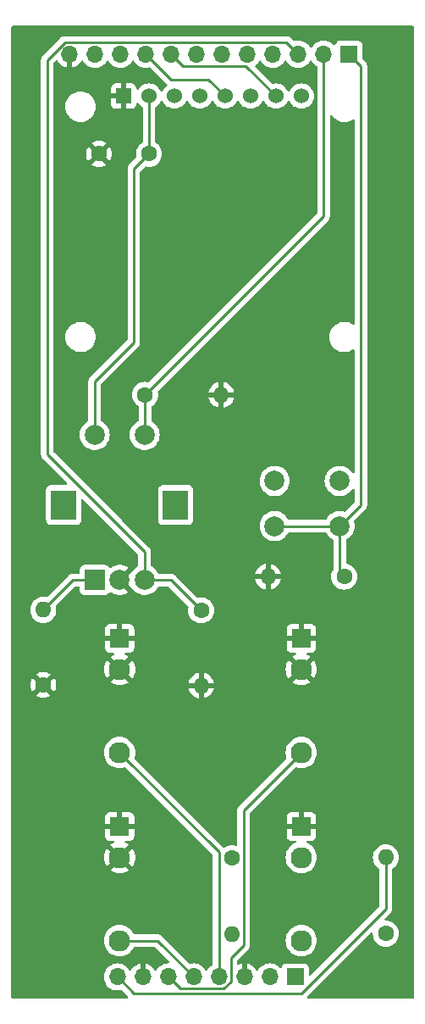
<source format=gbl>
G04 #@! TF.GenerationSoftware,KiCad,Pcbnew,(7.0.0)*
G04 #@! TF.CreationDate,2023-03-19T22:56:20+00:00*
G04 #@! TF.ProjectId,front_microlidian,66726f6e-745f-46d6-9963-726f6c696469,rev?*
G04 #@! TF.SameCoordinates,Original*
G04 #@! TF.FileFunction,Copper,L2,Bot*
G04 #@! TF.FilePolarity,Positive*
%FSLAX46Y46*%
G04 Gerber Fmt 4.6, Leading zero omitted, Abs format (unit mm)*
G04 Created by KiCad (PCBNEW (7.0.0)) date 2023-03-19 22:56:20*
%MOMM*%
%LPD*%
G01*
G04 APERTURE LIST*
G04 #@! TA.AperFunction,ComponentPad*
%ADD10C,1.600000*%
G04 #@! TD*
G04 #@! TA.AperFunction,ComponentPad*
%ADD11O,1.600000X1.600000*%
G04 #@! TD*
G04 #@! TA.AperFunction,ComponentPad*
%ADD12C,2.000000*%
G04 #@! TD*
G04 #@! TA.AperFunction,ComponentPad*
%ADD13R,1.524000X1.524000*%
G04 #@! TD*
G04 #@! TA.AperFunction,ComponentPad*
%ADD14C,1.524000*%
G04 #@! TD*
G04 #@! TA.AperFunction,ComponentPad*
%ADD15R,2.000000X2.000000*%
G04 #@! TD*
G04 #@! TA.AperFunction,ComponentPad*
%ADD16R,2.500000X3.000000*%
G04 #@! TD*
G04 #@! TA.AperFunction,ComponentPad*
%ADD17R,1.930000X1.830000*%
G04 #@! TD*
G04 #@! TA.AperFunction,ComponentPad*
%ADD18C,2.130000*%
G04 #@! TD*
G04 #@! TA.AperFunction,ComponentPad*
%ADD19R,1.700000X1.700000*%
G04 #@! TD*
G04 #@! TA.AperFunction,ComponentPad*
%ADD20O,1.700000X1.700000*%
G04 #@! TD*
G04 #@! TA.AperFunction,Conductor*
%ADD21C,0.250000*%
G04 #@! TD*
G04 APERTURE END LIST*
D10*
X101955600Y-104682600D03*
D11*
X101955599Y-112182599D03*
D10*
X116255800Y-101320600D03*
D11*
X108635799Y-101320599D03*
D10*
X120421400Y-136982200D03*
D11*
X120421399Y-129362199D03*
D10*
X105054400Y-129438400D03*
D11*
X105054399Y-137058399D03*
D12*
X109305590Y-91761880D03*
X115805590Y-91761880D03*
X109305590Y-96261880D03*
X115805590Y-96261880D03*
D13*
X94195389Y-53319879D03*
D14*
X96735390Y-53319880D03*
X99275390Y-53319880D03*
X101815390Y-53319880D03*
X104355390Y-53319880D03*
X106895390Y-53319880D03*
X109435390Y-53319880D03*
X111975390Y-53319880D03*
D15*
X91299589Y-101653879D03*
D12*
X96299590Y-101653880D03*
X93799590Y-101653880D03*
D16*
X88199589Y-94153879D03*
X99399589Y-94153879D03*
D12*
X91299590Y-87153880D03*
X96299590Y-87153880D03*
D17*
X93793389Y-107479279D03*
D18*
X93793390Y-118879280D03*
X93793390Y-110579280D03*
D17*
X93792989Y-126265879D03*
D18*
X93792990Y-137665880D03*
X93792990Y-129365880D03*
D10*
X86156800Y-112131800D03*
D11*
X86156799Y-104631799D03*
D18*
X111963390Y-129365880D03*
D17*
X111963389Y-126265879D03*
D18*
X111963390Y-137665880D03*
D10*
X96342200Y-83159600D03*
D11*
X103962199Y-83159599D03*
D17*
X111963389Y-107479279D03*
D18*
X111963390Y-118879280D03*
X111963390Y-110579280D03*
D10*
X96734000Y-59080400D03*
X91734000Y-59080400D03*
D19*
X116738799Y-49124999D03*
D20*
X114198799Y-49124999D03*
X111658799Y-49124999D03*
X109118799Y-49124999D03*
X106578799Y-49124999D03*
X104038799Y-49124999D03*
X101498799Y-49124999D03*
X98958799Y-49124999D03*
X96418799Y-49124999D03*
X93878799Y-49124999D03*
X91338799Y-49124999D03*
X88798799Y-49124999D03*
D19*
X111353599Y-141300199D03*
D20*
X108813599Y-141300199D03*
X106273599Y-141300199D03*
X103733599Y-141300199D03*
X101193599Y-141300199D03*
X98653599Y-141300199D03*
X96113599Y-141300199D03*
X93573599Y-141300199D03*
D21*
X106179400Y-138136000D02*
X104908600Y-139406800D01*
X104908600Y-141786901D02*
X104220301Y-142475200D01*
X99828600Y-142475200D02*
X98653600Y-141300200D01*
X104908600Y-139406800D02*
X104908600Y-141786901D01*
X106179400Y-124663270D02*
X106179400Y-138136000D01*
X104220301Y-142475200D02*
X99828600Y-142475200D01*
X111963390Y-118879280D02*
X106179400Y-124663270D01*
X93792990Y-137665880D02*
X97559280Y-137665880D01*
X97559280Y-137665880D02*
X101193600Y-141300200D01*
X93793390Y-118879280D02*
X103733600Y-128819490D01*
X103733600Y-128819490D02*
X103733600Y-141300200D01*
X98958800Y-49125000D02*
X100133800Y-50300000D01*
X100133800Y-50300000D02*
X106415510Y-50300000D01*
X106415510Y-50300000D02*
X109435390Y-53319880D01*
X104355390Y-53319880D02*
X102699110Y-51663600D01*
X98957400Y-51663600D02*
X96418800Y-49125000D01*
X102699110Y-51663600D02*
X98957400Y-51663600D01*
X117920390Y-94147080D02*
X115805590Y-96261880D01*
X115805590Y-96261880D02*
X115805590Y-100870390D01*
X117920390Y-50306590D02*
X117920390Y-94147080D01*
X115805590Y-96261880D02*
X109305590Y-96261880D01*
X115805590Y-100870390D02*
X116255800Y-101320600D01*
X116738800Y-49125000D02*
X117920390Y-50306590D01*
X114198800Y-65303000D02*
X96342200Y-83159600D01*
X96342200Y-87111270D02*
X96299590Y-87153880D01*
X96342200Y-83159600D02*
X96342200Y-87111270D01*
X114198800Y-49125000D02*
X114198800Y-65303000D01*
X88312099Y-47950000D02*
X86563200Y-49698899D01*
X86563200Y-89117490D02*
X96299590Y-98853880D01*
X96299590Y-101653880D02*
X98926880Y-101653880D01*
X111658800Y-49125000D02*
X110483800Y-47950000D01*
X110483800Y-47950000D02*
X88312099Y-47950000D01*
X98926880Y-101653880D02*
X101955600Y-104682600D01*
X86563200Y-49698899D02*
X86563200Y-89117490D01*
X96299590Y-98853880D02*
X96299590Y-101653880D01*
X89134720Y-101653880D02*
X86156800Y-104631800D01*
X91299590Y-101653880D02*
X89134720Y-101653880D01*
X95198600Y-142925200D02*
X111989200Y-142925200D01*
X93573600Y-141300200D02*
X95198600Y-142925200D01*
X111989200Y-142925200D02*
X120421400Y-134493000D01*
X120421400Y-134493000D02*
X120421400Y-129362200D01*
X96734000Y-59080400D02*
X95217200Y-60597200D01*
X96735390Y-53319880D02*
X96735390Y-59079010D01*
X95217200Y-60597200D02*
X95217200Y-77934600D01*
X91299590Y-81852210D02*
X91299590Y-87153880D01*
X95217200Y-77934600D02*
X91299590Y-81852210D01*
X96735390Y-59079010D02*
X96734000Y-59080400D01*
G04 #@! TA.AperFunction,Conductor*
G36*
X123162468Y-46313503D02*
G01*
X123207855Y-46358890D01*
X123224468Y-46420890D01*
X123224468Y-143317390D01*
X123207855Y-143379390D01*
X123162468Y-143424777D01*
X123100468Y-143441390D01*
X112656961Y-143441390D01*
X112600666Y-143427875D01*
X112556643Y-143390275D01*
X112534488Y-143336788D01*
X112539030Y-143279072D01*
X112569280Y-143229709D01*
X118904723Y-136894266D01*
X118954086Y-136864016D01*
X119011802Y-136859474D01*
X119065289Y-136881629D01*
X119102889Y-136925652D01*
X119116074Y-136980573D01*
X119115932Y-136982200D01*
X119116404Y-136987595D01*
X119133705Y-137185354D01*
X119135765Y-137208892D01*
X119137162Y-137214107D01*
X119137164Y-137214116D01*
X119193258Y-137423463D01*
X119193261Y-137423471D01*
X119194661Y-137428696D01*
X119290832Y-137634934D01*
X119293939Y-137639371D01*
X119293940Y-137639373D01*
X119312500Y-137665880D01*
X119421353Y-137821339D01*
X119582261Y-137982247D01*
X119768666Y-138112768D01*
X119974904Y-138208939D01*
X119980134Y-138210340D01*
X119980136Y-138210341D01*
X120162411Y-138259181D01*
X120194708Y-138267835D01*
X120421400Y-138287668D01*
X120648092Y-138267835D01*
X120867896Y-138208939D01*
X121074134Y-138112768D01*
X121260539Y-137982247D01*
X121421447Y-137821339D01*
X121551968Y-137634934D01*
X121648139Y-137428696D01*
X121707035Y-137208892D01*
X121726868Y-136982200D01*
X121707035Y-136755508D01*
X121673257Y-136629447D01*
X121649541Y-136540936D01*
X121649540Y-136540934D01*
X121648139Y-136535704D01*
X121551968Y-136329466D01*
X121421447Y-136143061D01*
X121260539Y-135982153D01*
X121182960Y-135927832D01*
X121078573Y-135854740D01*
X121078571Y-135854739D01*
X121074134Y-135851632D01*
X120926181Y-135782640D01*
X120872805Y-135757750D01*
X120872803Y-135757749D01*
X120867896Y-135755461D01*
X120862671Y-135754061D01*
X120862663Y-135754058D01*
X120653316Y-135697964D01*
X120653307Y-135697962D01*
X120648092Y-135696565D01*
X120642704Y-135696093D01*
X120642701Y-135696093D01*
X120426795Y-135677204D01*
X120421400Y-135676732D01*
X120419773Y-135676874D01*
X120364852Y-135663689D01*
X120320829Y-135626089D01*
X120298674Y-135572602D01*
X120303216Y-135514886D01*
X120333466Y-135465523D01*
X120333465Y-135465523D01*
X120808706Y-134990282D01*
X120816882Y-134982843D01*
X120823277Y-134978786D01*
X120869333Y-134929740D01*
X120871950Y-134927038D01*
X120891520Y-134907470D01*
X120893965Y-134904316D01*
X120901555Y-134895428D01*
X120931462Y-134863582D01*
X120941109Y-134846032D01*
X120951793Y-134829766D01*
X120964074Y-134813936D01*
X120981418Y-134773851D01*
X120986560Y-134763356D01*
X121007597Y-134725092D01*
X121012579Y-134705689D01*
X121018880Y-134687283D01*
X121026838Y-134668895D01*
X121033669Y-134625756D01*
X121036039Y-134614315D01*
X121044960Y-134579574D01*
X121044959Y-134579574D01*
X121046900Y-134572019D01*
X121046900Y-134551983D01*
X121048425Y-134532597D01*
X121051560Y-134512804D01*
X121047450Y-134469324D01*
X121046900Y-134457655D01*
X121046900Y-130576388D01*
X121060911Y-130519131D01*
X121099777Y-130474813D01*
X121129711Y-130453852D01*
X121260539Y-130362247D01*
X121421447Y-130201339D01*
X121551968Y-130014934D01*
X121648139Y-129808696D01*
X121707035Y-129588892D01*
X121726868Y-129362200D01*
X121707035Y-129135508D01*
X121701692Y-129115569D01*
X121649541Y-128920936D01*
X121649540Y-128920934D01*
X121648139Y-128915704D01*
X121551968Y-128709466D01*
X121421447Y-128523061D01*
X121260539Y-128362153D01*
X121179689Y-128305542D01*
X121078573Y-128234740D01*
X121078571Y-128234739D01*
X121074134Y-128231632D01*
X120926181Y-128162640D01*
X120872805Y-128137750D01*
X120872803Y-128137749D01*
X120867896Y-128135461D01*
X120862671Y-128134061D01*
X120862663Y-128134058D01*
X120653316Y-128077964D01*
X120653307Y-128077962D01*
X120648092Y-128076565D01*
X120642704Y-128076093D01*
X120642701Y-128076093D01*
X120426795Y-128057204D01*
X120421400Y-128056732D01*
X120416005Y-128057204D01*
X120200098Y-128076093D01*
X120200093Y-128076093D01*
X120194708Y-128076565D01*
X120189494Y-128077962D01*
X120189483Y-128077964D01*
X119980136Y-128134058D01*
X119980124Y-128134062D01*
X119974904Y-128135461D01*
X119969999Y-128137747D01*
X119969994Y-128137750D01*
X119773576Y-128229342D01*
X119773572Y-128229344D01*
X119768666Y-128231632D01*
X119764233Y-128234735D01*
X119764226Y-128234740D01*
X119586696Y-128359047D01*
X119586691Y-128359050D01*
X119582261Y-128362153D01*
X119578437Y-128365976D01*
X119578431Y-128365982D01*
X119425182Y-128519231D01*
X119425176Y-128519237D01*
X119421353Y-128523061D01*
X119418250Y-128527491D01*
X119418247Y-128527496D01*
X119293940Y-128705026D01*
X119293935Y-128705033D01*
X119290832Y-128709466D01*
X119288544Y-128714372D01*
X119288542Y-128714376D01*
X119196950Y-128910794D01*
X119196947Y-128910799D01*
X119194661Y-128915704D01*
X119193262Y-128920924D01*
X119193258Y-128920936D01*
X119137164Y-129130283D01*
X119137162Y-129130294D01*
X119135765Y-129135508D01*
X119115932Y-129362200D01*
X119135765Y-129588892D01*
X119137162Y-129594107D01*
X119137164Y-129594116D01*
X119193258Y-129803463D01*
X119193261Y-129803471D01*
X119194661Y-129808696D01*
X119290832Y-130014934D01*
X119293939Y-130019371D01*
X119293940Y-130019373D01*
X119338303Y-130082730D01*
X119421353Y-130201339D01*
X119582261Y-130362247D01*
X119680887Y-130431305D01*
X119743023Y-130474813D01*
X119781889Y-130519131D01*
X119795900Y-130576388D01*
X119795900Y-134182548D01*
X119786461Y-134230001D01*
X119759581Y-134270229D01*
X112915780Y-141114028D01*
X112866417Y-141144278D01*
X112808701Y-141148820D01*
X112755214Y-141126665D01*
X112717614Y-141082642D01*
X112704099Y-141026347D01*
X112704099Y-140405639D01*
X112704099Y-140402328D01*
X112697691Y-140342717D01*
X112647396Y-140207869D01*
X112561146Y-140092654D01*
X112470630Y-140024894D01*
X112453031Y-140011719D01*
X112453030Y-140011718D01*
X112445931Y-140006404D01*
X112339042Y-139966537D01*
X112318352Y-139958820D01*
X112318350Y-139958819D01*
X112311083Y-139956109D01*
X112303370Y-139955279D01*
X112303367Y-139955279D01*
X112254780Y-139950055D01*
X112254769Y-139950054D01*
X112251473Y-139949700D01*
X112248150Y-139949700D01*
X110459039Y-139949700D01*
X110459020Y-139949700D01*
X110455728Y-139949701D01*
X110452450Y-139950053D01*
X110452438Y-139950054D01*
X110403831Y-139955279D01*
X110403825Y-139955280D01*
X110396117Y-139956109D01*
X110388852Y-139958818D01*
X110388846Y-139958820D01*
X110269580Y-140003304D01*
X110269578Y-140003304D01*
X110261269Y-140006404D01*
X110254172Y-140011716D01*
X110254168Y-140011719D01*
X110153150Y-140087341D01*
X110153146Y-140087344D01*
X110146054Y-140092654D01*
X110140744Y-140099746D01*
X110140741Y-140099750D01*
X110065119Y-140200768D01*
X110065116Y-140200772D01*
X110059804Y-140207869D01*
X110056704Y-140216178D01*
X110056705Y-140216178D01*
X110010789Y-140339283D01*
X109975810Y-140389662D01*
X109920965Y-140417115D01*
X109859672Y-140414926D01*
X109806926Y-140383630D01*
X109688832Y-140265536D01*
X109688830Y-140265534D01*
X109685001Y-140261705D01*
X109680570Y-140258602D01*
X109680566Y-140258599D01*
X109495859Y-140129266D01*
X109495857Y-140129264D01*
X109491430Y-140126165D01*
X109486533Y-140123881D01*
X109486527Y-140123878D01*
X109282172Y-140028586D01*
X109282170Y-140028585D01*
X109277263Y-140026297D01*
X109272038Y-140024897D01*
X109272030Y-140024894D01*
X109054234Y-139966537D01*
X109054230Y-139966536D01*
X109049008Y-139965137D01*
X109043620Y-139964665D01*
X109043617Y-139964665D01*
X108818995Y-139945013D01*
X108813600Y-139944541D01*
X108808205Y-139945013D01*
X108583582Y-139964665D01*
X108583577Y-139964665D01*
X108578192Y-139965137D01*
X108572971Y-139966535D01*
X108572965Y-139966537D01*
X108355169Y-140024894D01*
X108355157Y-140024898D01*
X108349937Y-140026297D01*
X108345032Y-140028583D01*
X108345027Y-140028586D01*
X108140681Y-140123875D01*
X108140677Y-140123877D01*
X108135771Y-140126165D01*
X108131338Y-140129268D01*
X108131331Y-140129273D01*
X107946634Y-140258599D01*
X107946629Y-140258602D01*
X107942199Y-140261705D01*
X107938375Y-140265528D01*
X107938369Y-140265534D01*
X107778934Y-140424969D01*
X107778928Y-140424975D01*
X107775105Y-140428799D01*
X107772003Y-140433228D01*
X107772003Y-140433229D01*
X107644869Y-140614796D01*
X107600551Y-140653661D01*
X107543294Y-140667672D01*
X107486037Y-140653661D01*
X107441719Y-140614795D01*
X107314815Y-140433557D01*
X107307880Y-140425292D01*
X107148509Y-140265921D01*
X107140243Y-140258984D01*
X106955608Y-140129701D01*
X106946276Y-140124313D01*
X106741997Y-140029056D01*
X106731863Y-140025368D01*
X106537380Y-139973256D01*
X106526151Y-139972888D01*
X106523600Y-139983831D01*
X106523600Y-141426200D01*
X106506987Y-141488200D01*
X106461600Y-141533587D01*
X106399600Y-141550200D01*
X106147600Y-141550200D01*
X106085600Y-141533587D01*
X106040213Y-141488200D01*
X106023600Y-141426200D01*
X106023600Y-139983831D01*
X106021048Y-139972888D01*
X106009819Y-139973256D01*
X105815336Y-140025368D01*
X105805202Y-140029056D01*
X105710505Y-140073215D01*
X105649990Y-140084568D01*
X105591475Y-140065414D01*
X105549386Y-140020476D01*
X105534100Y-139960833D01*
X105534100Y-139717252D01*
X105543539Y-139669799D01*
X105570419Y-139629571D01*
X105603883Y-139596106D01*
X106566706Y-138633282D01*
X106574882Y-138625843D01*
X106581277Y-138621786D01*
X106627333Y-138572740D01*
X106629950Y-138570038D01*
X106649520Y-138550470D01*
X106651965Y-138547316D01*
X106659555Y-138538428D01*
X106689462Y-138506582D01*
X106699109Y-138489032D01*
X106709793Y-138472766D01*
X106722074Y-138456936D01*
X106739418Y-138416851D01*
X106744560Y-138406356D01*
X106765597Y-138368092D01*
X106770579Y-138348689D01*
X106776880Y-138330283D01*
X106784838Y-138311895D01*
X106791669Y-138268756D01*
X106794039Y-138257315D01*
X106802960Y-138222574D01*
X106802959Y-138222574D01*
X106804900Y-138215019D01*
X106804900Y-138194983D01*
X106806425Y-138175597D01*
X106809560Y-138155804D01*
X106805450Y-138112324D01*
X106804900Y-138100655D01*
X106804900Y-137665880D01*
X110393049Y-137665880D01*
X110412383Y-137911535D01*
X110413518Y-137916264D01*
X110413519Y-137916268D01*
X110468769Y-138146405D01*
X110468771Y-138146413D01*
X110469907Y-138151142D01*
X110564206Y-138378800D01*
X110692957Y-138588903D01*
X110696121Y-138592608D01*
X110696125Y-138592613D01*
X110849632Y-138772346D01*
X110852991Y-138776279D01*
X110856698Y-138779445D01*
X111036656Y-138933144D01*
X111036659Y-138933146D01*
X111040367Y-138936313D01*
X111250470Y-139065064D01*
X111478128Y-139159363D01*
X111717735Y-139216887D01*
X111963390Y-139236221D01*
X112209045Y-139216887D01*
X112448652Y-139159363D01*
X112676310Y-139065064D01*
X112886413Y-138936313D01*
X113073789Y-138776279D01*
X113233823Y-138588903D01*
X113362574Y-138378800D01*
X113456873Y-138151142D01*
X113514397Y-137911535D01*
X113533731Y-137665880D01*
X113514397Y-137420225D01*
X113456873Y-137180618D01*
X113362574Y-136952960D01*
X113233823Y-136742857D01*
X113073789Y-136555481D01*
X113044884Y-136530794D01*
X112890123Y-136398615D01*
X112890118Y-136398611D01*
X112886413Y-136395447D01*
X112676310Y-136266696D01*
X112448652Y-136172397D01*
X112443923Y-136171261D01*
X112443915Y-136171259D01*
X112213778Y-136116009D01*
X112213774Y-136116008D01*
X112209045Y-136114873D01*
X112204192Y-136114491D01*
X111968244Y-136095921D01*
X111963390Y-136095539D01*
X111958536Y-136095921D01*
X111722587Y-136114491D01*
X111722585Y-136114491D01*
X111717735Y-136114873D01*
X111713007Y-136116007D01*
X111713001Y-136116009D01*
X111482864Y-136171259D01*
X111482852Y-136171262D01*
X111478128Y-136172397D01*
X111473631Y-136174259D01*
X111473627Y-136174261D01*
X111254974Y-136264830D01*
X111254969Y-136264832D01*
X111250470Y-136266696D01*
X111246317Y-136269240D01*
X111246311Y-136269244D01*
X111044524Y-136392899D01*
X111044518Y-136392902D01*
X111040367Y-136395447D01*
X111036667Y-136398606D01*
X111036656Y-136398615D01*
X110856698Y-136552314D01*
X110856691Y-136552320D01*
X110852991Y-136555481D01*
X110849830Y-136559181D01*
X110849824Y-136559188D01*
X110696125Y-136739146D01*
X110696116Y-136739157D01*
X110692957Y-136742857D01*
X110690412Y-136747008D01*
X110690409Y-136747014D01*
X110566754Y-136948801D01*
X110566750Y-136948807D01*
X110564206Y-136952960D01*
X110562342Y-136957459D01*
X110562340Y-136957464D01*
X110471771Y-137176117D01*
X110469907Y-137180618D01*
X110468772Y-137185342D01*
X110468769Y-137185354D01*
X110413519Y-137415491D01*
X110413517Y-137415497D01*
X110412383Y-137420225D01*
X110393049Y-137665880D01*
X106804900Y-137665880D01*
X106804900Y-129365880D01*
X110393049Y-129365880D01*
X110412383Y-129611535D01*
X110413518Y-129616264D01*
X110413519Y-129616268D01*
X110468769Y-129846405D01*
X110468771Y-129846413D01*
X110469907Y-129851142D01*
X110564206Y-130078800D01*
X110692957Y-130288903D01*
X110696121Y-130292608D01*
X110696125Y-130292613D01*
X110849824Y-130472571D01*
X110852991Y-130476279D01*
X110856698Y-130479445D01*
X111036656Y-130633144D01*
X111036659Y-130633146D01*
X111040367Y-130636313D01*
X111250470Y-130765064D01*
X111478128Y-130859363D01*
X111717735Y-130916887D01*
X111963390Y-130936221D01*
X112209045Y-130916887D01*
X112448652Y-130859363D01*
X112676310Y-130765064D01*
X112886413Y-130636313D01*
X113073789Y-130476279D01*
X113233823Y-130288903D01*
X113362574Y-130078800D01*
X113456873Y-129851142D01*
X113514397Y-129611535D01*
X113533731Y-129365880D01*
X113514397Y-129120225D01*
X113456873Y-128880618D01*
X113362574Y-128652960D01*
X113233823Y-128442857D01*
X113164895Y-128362153D01*
X113076955Y-128259188D01*
X113073789Y-128255481D01*
X113051421Y-128236377D01*
X112890123Y-128098615D01*
X112890118Y-128098611D01*
X112886413Y-128095447D01*
X112676310Y-127966696D01*
X112562225Y-127919440D01*
X112509361Y-127877765D01*
X112486061Y-127814609D01*
X112499194Y-127748585D01*
X112544889Y-127699153D01*
X112609679Y-127680880D01*
X112972908Y-127680880D01*
X112979504Y-127680526D01*
X113028057Y-127675306D01*
X113043031Y-127671768D01*
X113162167Y-127627332D01*
X113177579Y-127618917D01*
X113278482Y-127543381D01*
X113290891Y-127530972D01*
X113366427Y-127430069D01*
X113374842Y-127414657D01*
X113419278Y-127295521D01*
X113422816Y-127280547D01*
X113428036Y-127231994D01*
X113428390Y-127225398D01*
X113428390Y-126532206D01*
X113424939Y-126519330D01*
X113412064Y-126515880D01*
X110514716Y-126515880D01*
X110501840Y-126519330D01*
X110498390Y-126532206D01*
X110498390Y-127225398D01*
X110498743Y-127231994D01*
X110503963Y-127280547D01*
X110507501Y-127295521D01*
X110551937Y-127414657D01*
X110560352Y-127430069D01*
X110635888Y-127530972D01*
X110648297Y-127543381D01*
X110749200Y-127618917D01*
X110764612Y-127627332D01*
X110883748Y-127671768D01*
X110898722Y-127675306D01*
X110947275Y-127680526D01*
X110953872Y-127680880D01*
X111317101Y-127680880D01*
X111381891Y-127699153D01*
X111427586Y-127748585D01*
X111440719Y-127814609D01*
X111417419Y-127877765D01*
X111364554Y-127919441D01*
X111254974Y-127964830D01*
X111254969Y-127964832D01*
X111250470Y-127966696D01*
X111246317Y-127969240D01*
X111246311Y-127969244D01*
X111044524Y-128092899D01*
X111044518Y-128092902D01*
X111040367Y-128095447D01*
X111036667Y-128098606D01*
X111036656Y-128098615D01*
X110856698Y-128252314D01*
X110856691Y-128252320D01*
X110852991Y-128255481D01*
X110849830Y-128259181D01*
X110849824Y-128259188D01*
X110696125Y-128439146D01*
X110696116Y-128439157D01*
X110692957Y-128442857D01*
X110690412Y-128447008D01*
X110690409Y-128447014D01*
X110566754Y-128648801D01*
X110566750Y-128648807D01*
X110564206Y-128652960D01*
X110562342Y-128657459D01*
X110562340Y-128657464D01*
X110471771Y-128876117D01*
X110469907Y-128880618D01*
X110468772Y-128885342D01*
X110468769Y-128885354D01*
X110413519Y-129115491D01*
X110413517Y-129115497D01*
X110412383Y-129120225D01*
X110393049Y-129365880D01*
X106804900Y-129365880D01*
X106804900Y-125999554D01*
X110498390Y-125999554D01*
X110501840Y-126012429D01*
X110514716Y-126015880D01*
X111697064Y-126015880D01*
X111709939Y-126012429D01*
X111713390Y-125999554D01*
X112213390Y-125999554D01*
X112216840Y-126012429D01*
X112229716Y-126015880D01*
X113412064Y-126015880D01*
X113424939Y-126012429D01*
X113428390Y-125999554D01*
X113428390Y-125306362D01*
X113428036Y-125299765D01*
X113422816Y-125251212D01*
X113419278Y-125236238D01*
X113374842Y-125117102D01*
X113366427Y-125101690D01*
X113290891Y-125000787D01*
X113278482Y-124988378D01*
X113177579Y-124912842D01*
X113162167Y-124904427D01*
X113043031Y-124859991D01*
X113028057Y-124856453D01*
X112979504Y-124851233D01*
X112972908Y-124850880D01*
X112229716Y-124850880D01*
X112216840Y-124854330D01*
X112213390Y-124867206D01*
X112213390Y-125999554D01*
X111713390Y-125999554D01*
X111713390Y-124867206D01*
X111709939Y-124854330D01*
X111697064Y-124850880D01*
X110953872Y-124850880D01*
X110947275Y-124851233D01*
X110898722Y-124856453D01*
X110883748Y-124859991D01*
X110764612Y-124904427D01*
X110749200Y-124912842D01*
X110648297Y-124988378D01*
X110635888Y-125000787D01*
X110560352Y-125101690D01*
X110551937Y-125117102D01*
X110507501Y-125236238D01*
X110503963Y-125251212D01*
X110498743Y-125299765D01*
X110498390Y-125306362D01*
X110498390Y-125999554D01*
X106804900Y-125999554D01*
X106804900Y-124973722D01*
X106814339Y-124926269D01*
X106841219Y-124886041D01*
X107561279Y-124165981D01*
X111332123Y-120395136D01*
X111372348Y-120368259D01*
X111419800Y-120358820D01*
X111467252Y-120368258D01*
X111467257Y-120368260D01*
X111478128Y-120372763D01*
X111717735Y-120430287D01*
X111963390Y-120449621D01*
X112209045Y-120430287D01*
X112448652Y-120372763D01*
X112676310Y-120278464D01*
X112886413Y-120149713D01*
X113073789Y-119989679D01*
X113233823Y-119802303D01*
X113362574Y-119592200D01*
X113456873Y-119364542D01*
X113514397Y-119124935D01*
X113533731Y-118879280D01*
X113514397Y-118633625D01*
X113456873Y-118394018D01*
X113362574Y-118166360D01*
X113233823Y-117956257D01*
X113073789Y-117768881D01*
X113070081Y-117765714D01*
X112890123Y-117612015D01*
X112890118Y-117612011D01*
X112886413Y-117608847D01*
X112676310Y-117480096D01*
X112448652Y-117385797D01*
X112443923Y-117384661D01*
X112443915Y-117384659D01*
X112213778Y-117329409D01*
X112213774Y-117329408D01*
X112209045Y-117328273D01*
X112204192Y-117327891D01*
X111968244Y-117309321D01*
X111963390Y-117308939D01*
X111958536Y-117309321D01*
X111722587Y-117327891D01*
X111722585Y-117327891D01*
X111717735Y-117328273D01*
X111713007Y-117329407D01*
X111713001Y-117329409D01*
X111482864Y-117384659D01*
X111482852Y-117384662D01*
X111478128Y-117385797D01*
X111473631Y-117387659D01*
X111473627Y-117387661D01*
X111254974Y-117478230D01*
X111254969Y-117478232D01*
X111250470Y-117480096D01*
X111246317Y-117482640D01*
X111246311Y-117482644D01*
X111044524Y-117606299D01*
X111044518Y-117606302D01*
X111040367Y-117608847D01*
X111036667Y-117612006D01*
X111036656Y-117612015D01*
X110856698Y-117765714D01*
X110856691Y-117765720D01*
X110852991Y-117768881D01*
X110849830Y-117772581D01*
X110849824Y-117772588D01*
X110696125Y-117952546D01*
X110696116Y-117952557D01*
X110692957Y-117956257D01*
X110690412Y-117960408D01*
X110690409Y-117960414D01*
X110566754Y-118162201D01*
X110566750Y-118162207D01*
X110564206Y-118166360D01*
X110469907Y-118394018D01*
X110468772Y-118398742D01*
X110468769Y-118398754D01*
X110413519Y-118628891D01*
X110413517Y-118628897D01*
X110412383Y-118633625D01*
X110393049Y-118879280D01*
X110412383Y-119124935D01*
X110413518Y-119129664D01*
X110413519Y-119129668D01*
X110468770Y-119359809D01*
X110468772Y-119359817D01*
X110469907Y-119364542D01*
X110471767Y-119369034D01*
X110471769Y-119369038D01*
X110474413Y-119375421D01*
X110483849Y-119422872D01*
X110474409Y-119470322D01*
X110447530Y-119510548D01*
X105792096Y-124165981D01*
X105783911Y-124173429D01*
X105777523Y-124177484D01*
X105772188Y-124183164D01*
X105772183Y-124183169D01*
X105731496Y-124226495D01*
X105728792Y-124229286D01*
X105712028Y-124246050D01*
X105712021Y-124246057D01*
X105709280Y-124248799D01*
X105706900Y-124251866D01*
X105706889Y-124251879D01*
X105706800Y-124251995D01*
X105699242Y-124260840D01*
X105674680Y-124286997D01*
X105674673Y-124287006D01*
X105669338Y-124292688D01*
X105665582Y-124299519D01*
X105665579Y-124299524D01*
X105659685Y-124310245D01*
X105649009Y-124326497D01*
X105641509Y-124336166D01*
X105641501Y-124336177D01*
X105636727Y-124342334D01*
X105633634Y-124349478D01*
X105633629Y-124349489D01*
X105619374Y-124382430D01*
X105614238Y-124392913D01*
X105593203Y-124431178D01*
X105591264Y-124438726D01*
X105591263Y-124438731D01*
X105588222Y-124450577D01*
X105581921Y-124468981D01*
X105577058Y-124480218D01*
X105577056Y-124480222D01*
X105573962Y-124487374D01*
X105572742Y-124495073D01*
X105572742Y-124495075D01*
X105567129Y-124530511D01*
X105564761Y-124541946D01*
X105555838Y-124576698D01*
X105555836Y-124576706D01*
X105553900Y-124584251D01*
X105553900Y-124592047D01*
X105553900Y-124604287D01*
X105552374Y-124623672D01*
X105549240Y-124643466D01*
X105549974Y-124651231D01*
X105549974Y-124651234D01*
X105553350Y-124686946D01*
X105553900Y-124698615D01*
X105553900Y-128064264D01*
X105541112Y-128119108D01*
X105505386Y-128162640D01*
X105454091Y-128185881D01*
X105397809Y-128184039D01*
X105281092Y-128152765D01*
X105275704Y-128152293D01*
X105275701Y-128152293D01*
X105059795Y-128133404D01*
X105054400Y-128132932D01*
X105049005Y-128133404D01*
X104833098Y-128152293D01*
X104833093Y-128152293D01*
X104827708Y-128152765D01*
X104822494Y-128154162D01*
X104822483Y-128154164D01*
X104613136Y-128210258D01*
X104613124Y-128210262D01*
X104607904Y-128211661D01*
X104602999Y-128213947D01*
X104602994Y-128213950D01*
X104406576Y-128305542D01*
X104406572Y-128305544D01*
X104401666Y-128307832D01*
X104397231Y-128310936D01*
X104397228Y-128310939D01*
X104313715Y-128369414D01*
X104264408Y-128389904D01*
X104211057Y-128387761D01*
X104163553Y-128363382D01*
X104159541Y-128360063D01*
X104150900Y-128352200D01*
X95309249Y-119510548D01*
X95282368Y-119470316D01*
X95272930Y-119422860D01*
X95282373Y-119375405D01*
X95285007Y-119369046D01*
X95286873Y-119364542D01*
X95344397Y-119124935D01*
X95363731Y-118879280D01*
X95344397Y-118633625D01*
X95286873Y-118394018D01*
X95192574Y-118166360D01*
X95063823Y-117956257D01*
X94903789Y-117768881D01*
X94900081Y-117765714D01*
X94720123Y-117612015D01*
X94720118Y-117612011D01*
X94716413Y-117608847D01*
X94506310Y-117480096D01*
X94278652Y-117385797D01*
X94273923Y-117384661D01*
X94273915Y-117384659D01*
X94043778Y-117329409D01*
X94043774Y-117329408D01*
X94039045Y-117328273D01*
X94034192Y-117327891D01*
X93798244Y-117309321D01*
X93793390Y-117308939D01*
X93788536Y-117309321D01*
X93552587Y-117327891D01*
X93552585Y-117327891D01*
X93547735Y-117328273D01*
X93543007Y-117329407D01*
X93543001Y-117329409D01*
X93312864Y-117384659D01*
X93312852Y-117384662D01*
X93308128Y-117385797D01*
X93303631Y-117387659D01*
X93303627Y-117387661D01*
X93084974Y-117478230D01*
X93084969Y-117478232D01*
X93080470Y-117480096D01*
X93076317Y-117482640D01*
X93076311Y-117482644D01*
X92874524Y-117606299D01*
X92874518Y-117606302D01*
X92870367Y-117608847D01*
X92866667Y-117612006D01*
X92866656Y-117612015D01*
X92686698Y-117765714D01*
X92686691Y-117765720D01*
X92682991Y-117768881D01*
X92679830Y-117772581D01*
X92679824Y-117772588D01*
X92526125Y-117952546D01*
X92526116Y-117952557D01*
X92522957Y-117956257D01*
X92520412Y-117960408D01*
X92520409Y-117960414D01*
X92396754Y-118162201D01*
X92396750Y-118162207D01*
X92394206Y-118166360D01*
X92299907Y-118394018D01*
X92298772Y-118398742D01*
X92298769Y-118398754D01*
X92243519Y-118628891D01*
X92243517Y-118628897D01*
X92242383Y-118633625D01*
X92223049Y-118879280D01*
X92242383Y-119124935D01*
X92243518Y-119129664D01*
X92243519Y-119129668D01*
X92298769Y-119359805D01*
X92298771Y-119359813D01*
X92299907Y-119364542D01*
X92394206Y-119592200D01*
X92522957Y-119802303D01*
X92526121Y-119806008D01*
X92526125Y-119806013D01*
X92679824Y-119985971D01*
X92682991Y-119989679D01*
X92686698Y-119992845D01*
X92866656Y-120146544D01*
X92866659Y-120146546D01*
X92870367Y-120149713D01*
X93080470Y-120278464D01*
X93308128Y-120372763D01*
X93547735Y-120430287D01*
X93793390Y-120449621D01*
X94039045Y-120430287D01*
X94278652Y-120372763D01*
X94289523Y-120368259D01*
X94336976Y-120358820D01*
X94384430Y-120368259D01*
X94424659Y-120395139D01*
X103071781Y-129042261D01*
X103098661Y-129082489D01*
X103108100Y-129129942D01*
X103108100Y-140024974D01*
X103094089Y-140082231D01*
X103055223Y-140126548D01*
X103050721Y-140129701D01*
X102866634Y-140258599D01*
X102866629Y-140258602D01*
X102862199Y-140261705D01*
X102858375Y-140265528D01*
X102858369Y-140265534D01*
X102698934Y-140424969D01*
X102698928Y-140424975D01*
X102695105Y-140428799D01*
X102692003Y-140433228D01*
X102692003Y-140433229D01*
X102565174Y-140614360D01*
X102520856Y-140653225D01*
X102463599Y-140667236D01*
X102406342Y-140653225D01*
X102362026Y-140614361D01*
X102232095Y-140428799D01*
X102065001Y-140261705D01*
X102060570Y-140258602D01*
X102060566Y-140258599D01*
X101875859Y-140129266D01*
X101875857Y-140129264D01*
X101871430Y-140126165D01*
X101866533Y-140123881D01*
X101866527Y-140123878D01*
X101662172Y-140028586D01*
X101662170Y-140028585D01*
X101657263Y-140026297D01*
X101652038Y-140024897D01*
X101652030Y-140024894D01*
X101434234Y-139966537D01*
X101434230Y-139966536D01*
X101429008Y-139965137D01*
X101423620Y-139964665D01*
X101423617Y-139964665D01*
X101198995Y-139945013D01*
X101193600Y-139944541D01*
X101188205Y-139945013D01*
X100963582Y-139964665D01*
X100963577Y-139964665D01*
X100958192Y-139965137D01*
X100952970Y-139966535D01*
X100952965Y-139966537D01*
X100857726Y-139992056D01*
X100793539Y-139992056D01*
X100737952Y-139959962D01*
X99411283Y-138633293D01*
X98056566Y-137278575D01*
X98049122Y-137270394D01*
X98045066Y-137264003D01*
X97996055Y-137217978D01*
X97993258Y-137215267D01*
X97976507Y-137198516D01*
X97976506Y-137198515D01*
X97973751Y-137195760D01*
X97970570Y-137193292D01*
X97961694Y-137185710D01*
X97935549Y-137161158D01*
X97935547Y-137161156D01*
X97929862Y-137155818D01*
X97923029Y-137152062D01*
X97923023Y-137152057D01*
X97912305Y-137146165D01*
X97896046Y-137135486D01*
X97886375Y-137127984D01*
X97886372Y-137127982D01*
X97880216Y-137123207D01*
X97873059Y-137120109D01*
X97873056Y-137120108D01*
X97840129Y-137105858D01*
X97829643Y-137100721D01*
X97798212Y-137083442D01*
X97798203Y-137083438D01*
X97791372Y-137079683D01*
X97783815Y-137077742D01*
X97783811Y-137077741D01*
X97771968Y-137074700D01*
X97753564Y-137068399D01*
X97742337Y-137063540D01*
X97742330Y-137063538D01*
X97735176Y-137060442D01*
X97727472Y-137059221D01*
X97727470Y-137059221D01*
X97692039Y-137053609D01*
X97680604Y-137051241D01*
X97645851Y-137042318D01*
X97645843Y-137042317D01*
X97638299Y-137040380D01*
X97630503Y-137040380D01*
X97618263Y-137040380D01*
X97598877Y-137038854D01*
X97579084Y-137035720D01*
X97571318Y-137036454D01*
X97571315Y-137036454D01*
X97535604Y-137039830D01*
X97523935Y-137040380D01*
X95311239Y-137040380D01*
X95263787Y-137030941D01*
X95223559Y-137004062D01*
X95196679Y-136963835D01*
X95194041Y-136957467D01*
X95194040Y-136957465D01*
X95192174Y-136952960D01*
X95063423Y-136742857D01*
X94903389Y-136555481D01*
X94874484Y-136530794D01*
X94719723Y-136398615D01*
X94719718Y-136398611D01*
X94716013Y-136395447D01*
X94505910Y-136266696D01*
X94278252Y-136172397D01*
X94273523Y-136171261D01*
X94273515Y-136171259D01*
X94043378Y-136116009D01*
X94043374Y-136116008D01*
X94038645Y-136114873D01*
X94033792Y-136114491D01*
X93797844Y-136095921D01*
X93792990Y-136095539D01*
X93788136Y-136095921D01*
X93552187Y-136114491D01*
X93552185Y-136114491D01*
X93547335Y-136114873D01*
X93542607Y-136116007D01*
X93542601Y-136116009D01*
X93312464Y-136171259D01*
X93312452Y-136171262D01*
X93307728Y-136172397D01*
X93303231Y-136174259D01*
X93303227Y-136174261D01*
X93084574Y-136264830D01*
X93084569Y-136264832D01*
X93080070Y-136266696D01*
X93075917Y-136269240D01*
X93075911Y-136269244D01*
X92874124Y-136392899D01*
X92874118Y-136392902D01*
X92869967Y-136395447D01*
X92866267Y-136398606D01*
X92866256Y-136398615D01*
X92686298Y-136552314D01*
X92686291Y-136552320D01*
X92682591Y-136555481D01*
X92679430Y-136559181D01*
X92679424Y-136559188D01*
X92525725Y-136739146D01*
X92525716Y-136739157D01*
X92522557Y-136742857D01*
X92520012Y-136747008D01*
X92520009Y-136747014D01*
X92396354Y-136948801D01*
X92396350Y-136948807D01*
X92393806Y-136952960D01*
X92391942Y-136957459D01*
X92391940Y-136957464D01*
X92301371Y-137176117D01*
X92299507Y-137180618D01*
X92298372Y-137185342D01*
X92298369Y-137185354D01*
X92243119Y-137415491D01*
X92243117Y-137415497D01*
X92241983Y-137420225D01*
X92222649Y-137665880D01*
X92241983Y-137911535D01*
X92243118Y-137916264D01*
X92243119Y-137916268D01*
X92298369Y-138146405D01*
X92298371Y-138146413D01*
X92299507Y-138151142D01*
X92393806Y-138378800D01*
X92522557Y-138588903D01*
X92525721Y-138592608D01*
X92525725Y-138592613D01*
X92679232Y-138772346D01*
X92682591Y-138776279D01*
X92686298Y-138779445D01*
X92866256Y-138933144D01*
X92866259Y-138933146D01*
X92869967Y-138936313D01*
X93080070Y-139065064D01*
X93307728Y-139159363D01*
X93547335Y-139216887D01*
X93792990Y-139236221D01*
X94038645Y-139216887D01*
X94278252Y-139159363D01*
X94505910Y-139065064D01*
X94716013Y-138936313D01*
X94903389Y-138776279D01*
X95063423Y-138588903D01*
X95192174Y-138378800D01*
X95195215Y-138371458D01*
X95196679Y-138367925D01*
X95223559Y-138327698D01*
X95263787Y-138300819D01*
X95311239Y-138291380D01*
X97248828Y-138291380D01*
X97296281Y-138300819D01*
X97336509Y-138327699D01*
X98742142Y-139733332D01*
X98772392Y-139782695D01*
X98776934Y-139840411D01*
X98754779Y-139893898D01*
X98710756Y-139931498D01*
X98655671Y-139944722D01*
X98653600Y-139944541D01*
X98648205Y-139945013D01*
X98423582Y-139964665D01*
X98423577Y-139964665D01*
X98418192Y-139965137D01*
X98412971Y-139966535D01*
X98412965Y-139966537D01*
X98195169Y-140024894D01*
X98195157Y-140024898D01*
X98189937Y-140026297D01*
X98185032Y-140028583D01*
X98185027Y-140028586D01*
X97980681Y-140123875D01*
X97980677Y-140123877D01*
X97975771Y-140126165D01*
X97971338Y-140129268D01*
X97971331Y-140129273D01*
X97786634Y-140258599D01*
X97786629Y-140258602D01*
X97782199Y-140261705D01*
X97778375Y-140265528D01*
X97778369Y-140265534D01*
X97618934Y-140424969D01*
X97618928Y-140424975D01*
X97615105Y-140428799D01*
X97612003Y-140433228D01*
X97612003Y-140433229D01*
X97484869Y-140614796D01*
X97440551Y-140653661D01*
X97383294Y-140667672D01*
X97326037Y-140653661D01*
X97281719Y-140614795D01*
X97154815Y-140433557D01*
X97147880Y-140425292D01*
X96988509Y-140265921D01*
X96980243Y-140258984D01*
X96795608Y-140129701D01*
X96786276Y-140124313D01*
X96581997Y-140029056D01*
X96571863Y-140025368D01*
X96377380Y-139973256D01*
X96366151Y-139972888D01*
X96363600Y-139983831D01*
X96363600Y-141426200D01*
X96346987Y-141488200D01*
X96301600Y-141533587D01*
X96239600Y-141550200D01*
X95987600Y-141550200D01*
X95925600Y-141533587D01*
X95880213Y-141488200D01*
X95863600Y-141426200D01*
X95863600Y-139983831D01*
X95861048Y-139972888D01*
X95849819Y-139973256D01*
X95655336Y-140025368D01*
X95645202Y-140029056D01*
X95440932Y-140124310D01*
X95431582Y-140129708D01*
X95246957Y-140258984D01*
X95238692Y-140265919D01*
X95079319Y-140425292D01*
X95072388Y-140433552D01*
X94945480Y-140614796D01*
X94901162Y-140653661D01*
X94843905Y-140667672D01*
X94786648Y-140653661D01*
X94742330Y-140614795D01*
X94612095Y-140428799D01*
X94445001Y-140261705D01*
X94440570Y-140258602D01*
X94440566Y-140258599D01*
X94255859Y-140129266D01*
X94255857Y-140129264D01*
X94251430Y-140126165D01*
X94246533Y-140123881D01*
X94246527Y-140123878D01*
X94042172Y-140028586D01*
X94042170Y-140028585D01*
X94037263Y-140026297D01*
X94032038Y-140024897D01*
X94032030Y-140024894D01*
X93814234Y-139966537D01*
X93814230Y-139966536D01*
X93809008Y-139965137D01*
X93803620Y-139964665D01*
X93803617Y-139964665D01*
X93578995Y-139945013D01*
X93573600Y-139944541D01*
X93568205Y-139945013D01*
X93343582Y-139964665D01*
X93343577Y-139964665D01*
X93338192Y-139965137D01*
X93332971Y-139966535D01*
X93332965Y-139966537D01*
X93115169Y-140024894D01*
X93115157Y-140024898D01*
X93109937Y-140026297D01*
X93105032Y-140028583D01*
X93105027Y-140028586D01*
X92900681Y-140123875D01*
X92900677Y-140123877D01*
X92895771Y-140126165D01*
X92891338Y-140129268D01*
X92891331Y-140129273D01*
X92706634Y-140258599D01*
X92706629Y-140258602D01*
X92702199Y-140261705D01*
X92698375Y-140265528D01*
X92698369Y-140265534D01*
X92538934Y-140424969D01*
X92538928Y-140424975D01*
X92535105Y-140428799D01*
X92532002Y-140433229D01*
X92531999Y-140433234D01*
X92402673Y-140617931D01*
X92402668Y-140617938D01*
X92399565Y-140622371D01*
X92397277Y-140627277D01*
X92397275Y-140627281D01*
X92301986Y-140831627D01*
X92301983Y-140831632D01*
X92299697Y-140836537D01*
X92298298Y-140841757D01*
X92298294Y-140841769D01*
X92239937Y-141059565D01*
X92239935Y-141059571D01*
X92238537Y-141064792D01*
X92238065Y-141070177D01*
X92238065Y-141070182D01*
X92231185Y-141148820D01*
X92217941Y-141300200D01*
X92238537Y-141535608D01*
X92239936Y-141540830D01*
X92239937Y-141540834D01*
X92298294Y-141758630D01*
X92298297Y-141758638D01*
X92299697Y-141763863D01*
X92301985Y-141768770D01*
X92301986Y-141768772D01*
X92397278Y-141973127D01*
X92397281Y-141973133D01*
X92399565Y-141978030D01*
X92402664Y-141982457D01*
X92402666Y-141982459D01*
X92531999Y-142167166D01*
X92532002Y-142167170D01*
X92535105Y-142171601D01*
X92702199Y-142338695D01*
X92895770Y-142474235D01*
X93109937Y-142574103D01*
X93338192Y-142635263D01*
X93573600Y-142655859D01*
X93809008Y-142635263D01*
X93909474Y-142608343D01*
X93973659Y-142608343D01*
X94029247Y-142640437D01*
X94618518Y-143229709D01*
X94648768Y-143279072D01*
X94653310Y-143336788D01*
X94631155Y-143390275D01*
X94587132Y-143427875D01*
X94530837Y-143441390D01*
X83096968Y-143441390D01*
X83034968Y-143424777D01*
X82989581Y-143379390D01*
X82972968Y-143317390D01*
X82972968Y-130637807D01*
X92878151Y-130637807D01*
X92886128Y-130645628D01*
X93076139Y-130762068D01*
X93084802Y-130766482D01*
X93303382Y-130857021D01*
X93312619Y-130860023D01*
X93542679Y-130915255D01*
X93552264Y-130916773D01*
X93788136Y-130935337D01*
X93797844Y-130935337D01*
X94033715Y-130916773D01*
X94043300Y-130915255D01*
X94273360Y-130860023D01*
X94282597Y-130857021D01*
X94501184Y-130766479D01*
X94509831Y-130762074D01*
X94699852Y-130645627D01*
X94707827Y-130637807D01*
X94701896Y-130628339D01*
X93804532Y-129730975D01*
X93792989Y-129724311D01*
X93781447Y-129730975D01*
X92884082Y-130628339D01*
X92878151Y-130637807D01*
X82972968Y-130637807D01*
X82972968Y-129370734D01*
X92223533Y-129370734D01*
X92242096Y-129606605D01*
X92243614Y-129616190D01*
X92298846Y-129846250D01*
X92301848Y-129855487D01*
X92392387Y-130074067D01*
X92396801Y-130082730D01*
X92513240Y-130272740D01*
X92521061Y-130280717D01*
X92530529Y-130274786D01*
X93427894Y-129377422D01*
X93434558Y-129365879D01*
X94151421Y-129365879D01*
X94158085Y-129377422D01*
X95055449Y-130274786D01*
X95064917Y-130280717D01*
X95072737Y-130272742D01*
X95189184Y-130082721D01*
X95193589Y-130074074D01*
X95284131Y-129855487D01*
X95287133Y-129846250D01*
X95342365Y-129616190D01*
X95343883Y-129606605D01*
X95362447Y-129370734D01*
X95362447Y-129361026D01*
X95343883Y-129125154D01*
X95342365Y-129115569D01*
X95287133Y-128885509D01*
X95284131Y-128876272D01*
X95193592Y-128657692D01*
X95189178Y-128649029D01*
X95072738Y-128459018D01*
X95064917Y-128451041D01*
X95055449Y-128456972D01*
X94158085Y-129354337D01*
X94151421Y-129365879D01*
X93434558Y-129365879D01*
X93427894Y-129354337D01*
X92530529Y-128456972D01*
X92521061Y-128451041D01*
X92513240Y-128459018D01*
X92396801Y-128649029D01*
X92392387Y-128657692D01*
X92301848Y-128876272D01*
X92298846Y-128885509D01*
X92243614Y-129115569D01*
X92242096Y-129125154D01*
X92223533Y-129361026D01*
X92223533Y-129370734D01*
X82972968Y-129370734D01*
X82972968Y-127225398D01*
X92327990Y-127225398D01*
X92328343Y-127231994D01*
X92333563Y-127280547D01*
X92337101Y-127295521D01*
X92381537Y-127414657D01*
X92389952Y-127430069D01*
X92465488Y-127530972D01*
X92477897Y-127543381D01*
X92578800Y-127618917D01*
X92594212Y-127627332D01*
X92713348Y-127671768D01*
X92728322Y-127675306D01*
X92776875Y-127680526D01*
X92783472Y-127680880D01*
X93148008Y-127680880D01*
X93212798Y-127699153D01*
X93258493Y-127748585D01*
X93271626Y-127814609D01*
X93248326Y-127877765D01*
X93195461Y-127919441D01*
X93084802Y-127965277D01*
X93076139Y-127969691D01*
X92886128Y-128086130D01*
X92878151Y-128093951D01*
X92884082Y-128103419D01*
X93781447Y-129000784D01*
X93792989Y-129007448D01*
X93804532Y-129000784D01*
X94701896Y-128103419D01*
X94707827Y-128093951D01*
X94699850Y-128086130D01*
X94509840Y-127969691D01*
X94501177Y-127965277D01*
X94390519Y-127919441D01*
X94337654Y-127877765D01*
X94314354Y-127814609D01*
X94327487Y-127748585D01*
X94373182Y-127699153D01*
X94437972Y-127680880D01*
X94802508Y-127680880D01*
X94809104Y-127680526D01*
X94857657Y-127675306D01*
X94872631Y-127671768D01*
X94991767Y-127627332D01*
X95007179Y-127618917D01*
X95108082Y-127543381D01*
X95120491Y-127530972D01*
X95196027Y-127430069D01*
X95204442Y-127414657D01*
X95248878Y-127295521D01*
X95252416Y-127280547D01*
X95257636Y-127231994D01*
X95257990Y-127225398D01*
X95257990Y-126532206D01*
X95254539Y-126519330D01*
X95241664Y-126515880D01*
X92344316Y-126515880D01*
X92331440Y-126519330D01*
X92327990Y-126532206D01*
X92327990Y-127225398D01*
X82972968Y-127225398D01*
X82972968Y-125999554D01*
X92327990Y-125999554D01*
X92331440Y-126012429D01*
X92344316Y-126015880D01*
X93526664Y-126015880D01*
X93539539Y-126012429D01*
X93542990Y-125999554D01*
X94042990Y-125999554D01*
X94046440Y-126012429D01*
X94059316Y-126015880D01*
X95241664Y-126015880D01*
X95254539Y-126012429D01*
X95257990Y-125999554D01*
X95257990Y-125306362D01*
X95257636Y-125299765D01*
X95252416Y-125251212D01*
X95248878Y-125236238D01*
X95204442Y-125117102D01*
X95196027Y-125101690D01*
X95120491Y-125000787D01*
X95108082Y-124988378D01*
X95007179Y-124912842D01*
X94991767Y-124904427D01*
X94872631Y-124859991D01*
X94857657Y-124856453D01*
X94809104Y-124851233D01*
X94802508Y-124850880D01*
X94059316Y-124850880D01*
X94046440Y-124854330D01*
X94042990Y-124867206D01*
X94042990Y-125999554D01*
X93542990Y-125999554D01*
X93542990Y-124867206D01*
X93539539Y-124854330D01*
X93526664Y-124850880D01*
X92783472Y-124850880D01*
X92776875Y-124851233D01*
X92728322Y-124856453D01*
X92713348Y-124859991D01*
X92594212Y-124904427D01*
X92578800Y-124912842D01*
X92477897Y-124988378D01*
X92465488Y-125000787D01*
X92389952Y-125101690D01*
X92381537Y-125117102D01*
X92337101Y-125236238D01*
X92333563Y-125251212D01*
X92328343Y-125299765D01*
X92327990Y-125306362D01*
X92327990Y-125999554D01*
X82972968Y-125999554D01*
X82972968Y-113210503D01*
X85435017Y-113210503D01*
X85442450Y-113218614D01*
X85499877Y-113258825D01*
X85509227Y-113264223D01*
X85705568Y-113355779D01*
X85715702Y-113359467D01*
X85924962Y-113415539D01*
X85935593Y-113417413D01*
X86151405Y-113436294D01*
X86162195Y-113436294D01*
X86378006Y-113417413D01*
X86388637Y-113415539D01*
X86597897Y-113359467D01*
X86608031Y-113355779D01*
X86804375Y-113264222D01*
X86813720Y-113258826D01*
X86871148Y-113218614D01*
X86878580Y-113210503D01*
X86872667Y-113201221D01*
X86168342Y-112496895D01*
X86156800Y-112490231D01*
X86145257Y-112496895D01*
X85440928Y-113201224D01*
X85435017Y-113210503D01*
X82972968Y-113210503D01*
X82972968Y-112137195D01*
X84852306Y-112137195D01*
X84871186Y-112353006D01*
X84873060Y-112363637D01*
X84929132Y-112572897D01*
X84932820Y-112583031D01*
X85024376Y-112779372D01*
X85029774Y-112788722D01*
X85069984Y-112846148D01*
X85078095Y-112853581D01*
X85087374Y-112847670D01*
X85791703Y-112143342D01*
X85798367Y-112131800D01*
X85798366Y-112131799D01*
X86515231Y-112131799D01*
X86521895Y-112143341D01*
X87226221Y-112847667D01*
X87235503Y-112853580D01*
X87243614Y-112846148D01*
X87283826Y-112788720D01*
X87289222Y-112779375D01*
X87380779Y-112583031D01*
X87384467Y-112572897D01*
X87421377Y-112435151D01*
X100680052Y-112435151D01*
X100680420Y-112446380D01*
X100727930Y-112623692D01*
X100731622Y-112633834D01*
X100823179Y-112830180D01*
X100828567Y-112839512D01*
X100952832Y-113016981D01*
X100959769Y-113025247D01*
X101112952Y-113178430D01*
X101121218Y-113185367D01*
X101298687Y-113309632D01*
X101308019Y-113315020D01*
X101504365Y-113406577D01*
X101514507Y-113410269D01*
X101691819Y-113457779D01*
X101703048Y-113458147D01*
X101705600Y-113447205D01*
X102205600Y-113447205D01*
X102208151Y-113458147D01*
X102219380Y-113457779D01*
X102396692Y-113410269D01*
X102406834Y-113406577D01*
X102603180Y-113315020D01*
X102612512Y-113309632D01*
X102789981Y-113185367D01*
X102798247Y-113178430D01*
X102951430Y-113025247D01*
X102958367Y-113016981D01*
X103082632Y-112839512D01*
X103088020Y-112830180D01*
X103179577Y-112633834D01*
X103183269Y-112623692D01*
X103230779Y-112446380D01*
X103231147Y-112435151D01*
X103220205Y-112432600D01*
X102221926Y-112432600D01*
X102209050Y-112436050D01*
X102205600Y-112448926D01*
X102205600Y-113447205D01*
X101705600Y-113447205D01*
X101705600Y-112448926D01*
X101702149Y-112436050D01*
X101689274Y-112432600D01*
X100690995Y-112432600D01*
X100680052Y-112435151D01*
X87421377Y-112435151D01*
X87440539Y-112363637D01*
X87442413Y-112353006D01*
X87461294Y-112137195D01*
X87461294Y-112126405D01*
X87442413Y-111910593D01*
X87440539Y-111899962D01*
X87427475Y-111851207D01*
X92878551Y-111851207D01*
X92886528Y-111859028D01*
X93076539Y-111975468D01*
X93085202Y-111979882D01*
X93303782Y-112070421D01*
X93313019Y-112073423D01*
X93543079Y-112128655D01*
X93552664Y-112130173D01*
X93788536Y-112148737D01*
X93798244Y-112148737D01*
X94034115Y-112130173D01*
X94043700Y-112128655D01*
X94273760Y-112073423D01*
X94282997Y-112070421D01*
X94501584Y-111979879D01*
X94510231Y-111975474D01*
X94584358Y-111930048D01*
X100680052Y-111930048D01*
X100690995Y-111932600D01*
X101689274Y-111932600D01*
X101702149Y-111929149D01*
X101705600Y-111916274D01*
X102205600Y-111916274D01*
X102209050Y-111929149D01*
X102221926Y-111932600D01*
X103220205Y-111932600D01*
X103231147Y-111930048D01*
X103230779Y-111918819D01*
X103212663Y-111851207D01*
X111048551Y-111851207D01*
X111056528Y-111859028D01*
X111246539Y-111975468D01*
X111255202Y-111979882D01*
X111473782Y-112070421D01*
X111483019Y-112073423D01*
X111713079Y-112128655D01*
X111722664Y-112130173D01*
X111958536Y-112148737D01*
X111968244Y-112148737D01*
X112204115Y-112130173D01*
X112213700Y-112128655D01*
X112443760Y-112073423D01*
X112452997Y-112070421D01*
X112671584Y-111979879D01*
X112680231Y-111975474D01*
X112870252Y-111859027D01*
X112878227Y-111851207D01*
X112872296Y-111841739D01*
X111974932Y-110944375D01*
X111963390Y-110937711D01*
X111951847Y-110944375D01*
X111054482Y-111841739D01*
X111048551Y-111851207D01*
X103212663Y-111851207D01*
X103183269Y-111741507D01*
X103179577Y-111731365D01*
X103088020Y-111535019D01*
X103082632Y-111525687D01*
X102958367Y-111348218D01*
X102951430Y-111339952D01*
X102798247Y-111186769D01*
X102789981Y-111179832D01*
X102612512Y-111055567D01*
X102603180Y-111050179D01*
X102406834Y-110958622D01*
X102396692Y-110954930D01*
X102219380Y-110907420D01*
X102208151Y-110907052D01*
X102205600Y-110917995D01*
X102205600Y-111916274D01*
X101705600Y-111916274D01*
X101705600Y-110917995D01*
X101703048Y-110907052D01*
X101691819Y-110907420D01*
X101514507Y-110954930D01*
X101504365Y-110958622D01*
X101308019Y-111050179D01*
X101298687Y-111055567D01*
X101121218Y-111179832D01*
X101112952Y-111186769D01*
X100959769Y-111339952D01*
X100952832Y-111348218D01*
X100828567Y-111525687D01*
X100823179Y-111535019D01*
X100731622Y-111731365D01*
X100727930Y-111741507D01*
X100680420Y-111918819D01*
X100680052Y-111930048D01*
X94584358Y-111930048D01*
X94700252Y-111859027D01*
X94708227Y-111851207D01*
X94702296Y-111841739D01*
X93804932Y-110944375D01*
X93793390Y-110937711D01*
X93781847Y-110944375D01*
X92884482Y-111841739D01*
X92878551Y-111851207D01*
X87427475Y-111851207D01*
X87384467Y-111690702D01*
X87380779Y-111680568D01*
X87289223Y-111484227D01*
X87283825Y-111474877D01*
X87243614Y-111417450D01*
X87235503Y-111410017D01*
X87226224Y-111415928D01*
X86521895Y-112120256D01*
X86515231Y-112131799D01*
X85798366Y-112131799D01*
X85791703Y-112120257D01*
X85087374Y-111415928D01*
X85078096Y-111410017D01*
X85069983Y-111417451D01*
X85029771Y-111474881D01*
X85024377Y-111484225D01*
X84932820Y-111680568D01*
X84929132Y-111690702D01*
X84873060Y-111899962D01*
X84871186Y-111910593D01*
X84852306Y-112126405D01*
X84852306Y-112137195D01*
X82972968Y-112137195D01*
X82972968Y-111053096D01*
X85435017Y-111053096D01*
X85440928Y-111062374D01*
X86145257Y-111766703D01*
X86156800Y-111773367D01*
X86168342Y-111766703D01*
X86872670Y-111062374D01*
X86878581Y-111053095D01*
X86871148Y-111044984D01*
X86813722Y-111004774D01*
X86804372Y-110999376D01*
X86608031Y-110907820D01*
X86597897Y-110904132D01*
X86388637Y-110848060D01*
X86378006Y-110846186D01*
X86162195Y-110827306D01*
X86151405Y-110827306D01*
X85935593Y-110846186D01*
X85924962Y-110848060D01*
X85715702Y-110904132D01*
X85705568Y-110907820D01*
X85509225Y-110999377D01*
X85499881Y-111004771D01*
X85442451Y-111044983D01*
X85435017Y-111053096D01*
X82972968Y-111053096D01*
X82972968Y-110584134D01*
X92223933Y-110584134D01*
X92242496Y-110820005D01*
X92244014Y-110829590D01*
X92299246Y-111059650D01*
X92302248Y-111068887D01*
X92392787Y-111287467D01*
X92397201Y-111296130D01*
X92513640Y-111486140D01*
X92521461Y-111494117D01*
X92530929Y-111488186D01*
X93428294Y-110590822D01*
X93434958Y-110579280D01*
X94151821Y-110579280D01*
X94158485Y-110590822D01*
X95055849Y-111488186D01*
X95065317Y-111494117D01*
X95073137Y-111486142D01*
X95189584Y-111296121D01*
X95193989Y-111287474D01*
X95284531Y-111068887D01*
X95287533Y-111059650D01*
X95342765Y-110829590D01*
X95344283Y-110820005D01*
X95362847Y-110584134D01*
X110393933Y-110584134D01*
X110412496Y-110820005D01*
X110414014Y-110829590D01*
X110469246Y-111059650D01*
X110472248Y-111068887D01*
X110562787Y-111287467D01*
X110567201Y-111296130D01*
X110683640Y-111486140D01*
X110691461Y-111494117D01*
X110700929Y-111488186D01*
X111598294Y-110590822D01*
X111604958Y-110579280D01*
X112321821Y-110579280D01*
X112328485Y-110590822D01*
X113225849Y-111488186D01*
X113235317Y-111494117D01*
X113243137Y-111486142D01*
X113359584Y-111296121D01*
X113363989Y-111287474D01*
X113454531Y-111068887D01*
X113457533Y-111059650D01*
X113512765Y-110829590D01*
X113514283Y-110820005D01*
X113532847Y-110584134D01*
X113532847Y-110574426D01*
X113514283Y-110338554D01*
X113512765Y-110328969D01*
X113457533Y-110098909D01*
X113454531Y-110089672D01*
X113363992Y-109871092D01*
X113359578Y-109862429D01*
X113243138Y-109672418D01*
X113235317Y-109664441D01*
X113225849Y-109670372D01*
X112328485Y-110567737D01*
X112321821Y-110579280D01*
X111604958Y-110579280D01*
X111598294Y-110567737D01*
X110700929Y-109670372D01*
X110691461Y-109664441D01*
X110683640Y-109672418D01*
X110567201Y-109862429D01*
X110562787Y-109871092D01*
X110472248Y-110089672D01*
X110469246Y-110098909D01*
X110414014Y-110328969D01*
X110412496Y-110338554D01*
X110393933Y-110574426D01*
X110393933Y-110584134D01*
X95362847Y-110584134D01*
X95362847Y-110574426D01*
X95344283Y-110338554D01*
X95342765Y-110328969D01*
X95287533Y-110098909D01*
X95284531Y-110089672D01*
X95193992Y-109871092D01*
X95189578Y-109862429D01*
X95073138Y-109672418D01*
X95065317Y-109664441D01*
X95055849Y-109670372D01*
X94158485Y-110567737D01*
X94151821Y-110579280D01*
X93434958Y-110579280D01*
X93428294Y-110567737D01*
X92530929Y-109670372D01*
X92521461Y-109664441D01*
X92513640Y-109672418D01*
X92397201Y-109862429D01*
X92392787Y-109871092D01*
X92302248Y-110089672D01*
X92299246Y-110098909D01*
X92244014Y-110328969D01*
X92242496Y-110338554D01*
X92223933Y-110574426D01*
X92223933Y-110584134D01*
X82972968Y-110584134D01*
X82972968Y-108438798D01*
X92328390Y-108438798D01*
X92328743Y-108445394D01*
X92333963Y-108493947D01*
X92337501Y-108508921D01*
X92381937Y-108628057D01*
X92390352Y-108643469D01*
X92465888Y-108744372D01*
X92478297Y-108756781D01*
X92579200Y-108832317D01*
X92594612Y-108840732D01*
X92713748Y-108885168D01*
X92728722Y-108888706D01*
X92777275Y-108893926D01*
X92783872Y-108894280D01*
X93148408Y-108894280D01*
X93213198Y-108912553D01*
X93258893Y-108961985D01*
X93272026Y-109028009D01*
X93248726Y-109091165D01*
X93195861Y-109132841D01*
X93085202Y-109178677D01*
X93076539Y-109183091D01*
X92886528Y-109299530D01*
X92878551Y-109307351D01*
X92884482Y-109316819D01*
X93781847Y-110214184D01*
X93793389Y-110220848D01*
X93804932Y-110214184D01*
X94702296Y-109316819D01*
X94708227Y-109307351D01*
X94700250Y-109299530D01*
X94510240Y-109183091D01*
X94501577Y-109178677D01*
X94390919Y-109132841D01*
X94338054Y-109091165D01*
X94314754Y-109028009D01*
X94327887Y-108961985D01*
X94373582Y-108912553D01*
X94438372Y-108894280D01*
X94802908Y-108894280D01*
X94809504Y-108893926D01*
X94858057Y-108888706D01*
X94873031Y-108885168D01*
X94992167Y-108840732D01*
X95007579Y-108832317D01*
X95108482Y-108756781D01*
X95120891Y-108744372D01*
X95196427Y-108643469D01*
X95204842Y-108628057D01*
X95249278Y-108508921D01*
X95252816Y-108493947D01*
X95258036Y-108445394D01*
X95258390Y-108438798D01*
X110498390Y-108438798D01*
X110498743Y-108445394D01*
X110503963Y-108493947D01*
X110507501Y-108508921D01*
X110551937Y-108628057D01*
X110560352Y-108643469D01*
X110635888Y-108744372D01*
X110648297Y-108756781D01*
X110749200Y-108832317D01*
X110764612Y-108840732D01*
X110883748Y-108885168D01*
X110898722Y-108888706D01*
X110947275Y-108893926D01*
X110953872Y-108894280D01*
X111318408Y-108894280D01*
X111383198Y-108912553D01*
X111428893Y-108961985D01*
X111442026Y-109028009D01*
X111418726Y-109091165D01*
X111365861Y-109132841D01*
X111255202Y-109178677D01*
X111246539Y-109183091D01*
X111056528Y-109299530D01*
X111048551Y-109307351D01*
X111054482Y-109316819D01*
X111951847Y-110214184D01*
X111963389Y-110220848D01*
X111974932Y-110214184D01*
X112872296Y-109316819D01*
X112878227Y-109307351D01*
X112870250Y-109299530D01*
X112680240Y-109183091D01*
X112671577Y-109178677D01*
X112560919Y-109132841D01*
X112508054Y-109091165D01*
X112484754Y-109028009D01*
X112497887Y-108961985D01*
X112543582Y-108912553D01*
X112608372Y-108894280D01*
X112972908Y-108894280D01*
X112979504Y-108893926D01*
X113028057Y-108888706D01*
X113043031Y-108885168D01*
X113162167Y-108840732D01*
X113177579Y-108832317D01*
X113278482Y-108756781D01*
X113290891Y-108744372D01*
X113366427Y-108643469D01*
X113374842Y-108628057D01*
X113419278Y-108508921D01*
X113422816Y-108493947D01*
X113428036Y-108445394D01*
X113428390Y-108438798D01*
X113428390Y-107745606D01*
X113424939Y-107732730D01*
X113412064Y-107729280D01*
X110514716Y-107729280D01*
X110501840Y-107732730D01*
X110498390Y-107745606D01*
X110498390Y-108438798D01*
X95258390Y-108438798D01*
X95258390Y-107745606D01*
X95254939Y-107732730D01*
X95242064Y-107729280D01*
X92344716Y-107729280D01*
X92331840Y-107732730D01*
X92328390Y-107745606D01*
X92328390Y-108438798D01*
X82972968Y-108438798D01*
X82972968Y-107212954D01*
X92328390Y-107212954D01*
X92331840Y-107225829D01*
X92344716Y-107229280D01*
X93527064Y-107229280D01*
X93539939Y-107225829D01*
X93543390Y-107212954D01*
X94043390Y-107212954D01*
X94046840Y-107225829D01*
X94059716Y-107229280D01*
X95242064Y-107229280D01*
X95254939Y-107225829D01*
X95258390Y-107212954D01*
X110498390Y-107212954D01*
X110501840Y-107225829D01*
X110514716Y-107229280D01*
X111697064Y-107229280D01*
X111709939Y-107225829D01*
X111713390Y-107212954D01*
X112213390Y-107212954D01*
X112216840Y-107225829D01*
X112229716Y-107229280D01*
X113412064Y-107229280D01*
X113424939Y-107225829D01*
X113428390Y-107212954D01*
X113428390Y-106519762D01*
X113428036Y-106513165D01*
X113422816Y-106464612D01*
X113419278Y-106449638D01*
X113374842Y-106330502D01*
X113366427Y-106315090D01*
X113290891Y-106214187D01*
X113278482Y-106201778D01*
X113177579Y-106126242D01*
X113162167Y-106117827D01*
X113043031Y-106073391D01*
X113028057Y-106069853D01*
X112979504Y-106064633D01*
X112972908Y-106064280D01*
X112229716Y-106064280D01*
X112216840Y-106067730D01*
X112213390Y-106080606D01*
X112213390Y-107212954D01*
X111713390Y-107212954D01*
X111713390Y-106080606D01*
X111709939Y-106067730D01*
X111697064Y-106064280D01*
X110953872Y-106064280D01*
X110947275Y-106064633D01*
X110898722Y-106069853D01*
X110883748Y-106073391D01*
X110764612Y-106117827D01*
X110749200Y-106126242D01*
X110648297Y-106201778D01*
X110635888Y-106214187D01*
X110560352Y-106315090D01*
X110551937Y-106330502D01*
X110507501Y-106449638D01*
X110503963Y-106464612D01*
X110498743Y-106513165D01*
X110498390Y-106519762D01*
X110498390Y-107212954D01*
X95258390Y-107212954D01*
X95258390Y-106519762D01*
X95258036Y-106513165D01*
X95252816Y-106464612D01*
X95249278Y-106449638D01*
X95204842Y-106330502D01*
X95196427Y-106315090D01*
X95120891Y-106214187D01*
X95108482Y-106201778D01*
X95007579Y-106126242D01*
X94992167Y-106117827D01*
X94873031Y-106073391D01*
X94858057Y-106069853D01*
X94809504Y-106064633D01*
X94802908Y-106064280D01*
X94059716Y-106064280D01*
X94046840Y-106067730D01*
X94043390Y-106080606D01*
X94043390Y-107212954D01*
X93543390Y-107212954D01*
X93543390Y-106080606D01*
X93539939Y-106067730D01*
X93527064Y-106064280D01*
X92783872Y-106064280D01*
X92777275Y-106064633D01*
X92728722Y-106069853D01*
X92713748Y-106073391D01*
X92594612Y-106117827D01*
X92579200Y-106126242D01*
X92478297Y-106201778D01*
X92465888Y-106214187D01*
X92390352Y-106315090D01*
X92381937Y-106330502D01*
X92337501Y-106449638D01*
X92333963Y-106464612D01*
X92328743Y-106513165D01*
X92328390Y-106519762D01*
X92328390Y-107212954D01*
X82972968Y-107212954D01*
X82972968Y-104631800D01*
X84851332Y-104631800D01*
X84871165Y-104858492D01*
X84872562Y-104863707D01*
X84872564Y-104863716D01*
X84928658Y-105073063D01*
X84928661Y-105073071D01*
X84930061Y-105078296D01*
X85026232Y-105284534D01*
X85029339Y-105288971D01*
X85029340Y-105288973D01*
X85061802Y-105335334D01*
X85156753Y-105470939D01*
X85317661Y-105631847D01*
X85504066Y-105762368D01*
X85710304Y-105858539D01*
X85715534Y-105859940D01*
X85715536Y-105859941D01*
X85924883Y-105916035D01*
X85930108Y-105917435D01*
X86156800Y-105937268D01*
X86383492Y-105917435D01*
X86603296Y-105858539D01*
X86809534Y-105762368D01*
X86995939Y-105631847D01*
X87156847Y-105470939D01*
X87287368Y-105284534D01*
X87383539Y-105078296D01*
X87442435Y-104858492D01*
X87462268Y-104631800D01*
X87442435Y-104405108D01*
X87437730Y-104387550D01*
X87424119Y-104336753D01*
X87424118Y-104272565D01*
X87456210Y-104216979D01*
X89357491Y-102315699D01*
X89397720Y-102288819D01*
X89445173Y-102279380D01*
X89675091Y-102279380D01*
X89737091Y-102295993D01*
X89782478Y-102341380D01*
X89799091Y-102403380D01*
X89799091Y-102701752D01*
X89799443Y-102705030D01*
X89799444Y-102705041D01*
X89804669Y-102753648D01*
X89804670Y-102753653D01*
X89805499Y-102761363D01*
X89808209Y-102768629D01*
X89808210Y-102768633D01*
X89837308Y-102846647D01*
X89855794Y-102896211D01*
X89861108Y-102903310D01*
X89861109Y-102903311D01*
X89867015Y-102911201D01*
X89942044Y-103011426D01*
X90057259Y-103097676D01*
X90192107Y-103147971D01*
X90251717Y-103154380D01*
X92347462Y-103154379D01*
X92407073Y-103147971D01*
X92541921Y-103097676D01*
X92657136Y-103011426D01*
X92743386Y-102896211D01*
X92744958Y-102897387D01*
X92770128Y-102868458D01*
X92818758Y-102846647D01*
X92872052Y-102847265D01*
X92920163Y-102870198D01*
X92972302Y-102910779D01*
X92980866Y-102916375D01*
X93190475Y-103029809D01*
X93199829Y-103033912D01*
X93425246Y-103111297D01*
X93435158Y-103113808D01*
X93670233Y-103153035D01*
X93680429Y-103153880D01*
X93918751Y-103153880D01*
X93928946Y-103153035D01*
X94164021Y-103113808D01*
X94173933Y-103111297D01*
X94399350Y-103033912D01*
X94408704Y-103029809D01*
X94618313Y-102916375D01*
X94626871Y-102910783D01*
X94655736Y-102888317D01*
X94663840Y-102877130D01*
X94657179Y-102865022D01*
X93533718Y-101741561D01*
X93501624Y-101685974D01*
X93501624Y-101621786D01*
X93533718Y-101566199D01*
X93799590Y-101300327D01*
X94657180Y-100442735D01*
X94663840Y-100430629D01*
X94655733Y-100419439D01*
X94626876Y-100396979D01*
X94618309Y-100391383D01*
X94408704Y-100277950D01*
X94399350Y-100273847D01*
X94173933Y-100196462D01*
X94164021Y-100193951D01*
X93928946Y-100154724D01*
X93918751Y-100153880D01*
X93680429Y-100153880D01*
X93670233Y-100154724D01*
X93435158Y-100193951D01*
X93425246Y-100196462D01*
X93199829Y-100273847D01*
X93190475Y-100277950D01*
X92980867Y-100391384D01*
X92972306Y-100396978D01*
X92920163Y-100437562D01*
X92872067Y-100460490D01*
X92818788Y-100461117D01*
X92770165Y-100439328D01*
X92744954Y-100410374D01*
X92743386Y-100411549D01*
X92657136Y-100296334D01*
X92541921Y-100210084D01*
X92407073Y-100159789D01*
X92399360Y-100158959D01*
X92399357Y-100158959D01*
X92350770Y-100153735D01*
X92350759Y-100153734D01*
X92347463Y-100153380D01*
X92344140Y-100153380D01*
X90255029Y-100153380D01*
X90255010Y-100153380D01*
X90251718Y-100153381D01*
X90248440Y-100153733D01*
X90248428Y-100153734D01*
X90199821Y-100158959D01*
X90199815Y-100158960D01*
X90192107Y-100159789D01*
X90184842Y-100162498D01*
X90184836Y-100162500D01*
X90065570Y-100206984D01*
X90065568Y-100206984D01*
X90057259Y-100210084D01*
X90050162Y-100215396D01*
X90050158Y-100215399D01*
X89949140Y-100291021D01*
X89949136Y-100291024D01*
X89942044Y-100296334D01*
X89936734Y-100303426D01*
X89936731Y-100303430D01*
X89861109Y-100404448D01*
X89861106Y-100404452D01*
X89855794Y-100411549D01*
X89852694Y-100419858D01*
X89852694Y-100419860D01*
X89808210Y-100539127D01*
X89808209Y-100539130D01*
X89805499Y-100546397D01*
X89804669Y-100554107D01*
X89804669Y-100554112D01*
X89799445Y-100602699D01*
X89799444Y-100602711D01*
X89799090Y-100606007D01*
X89799090Y-100609329D01*
X89799090Y-100904380D01*
X89782477Y-100966380D01*
X89737090Y-101011767D01*
X89675090Y-101028380D01*
X89212495Y-101028380D01*
X89201439Y-101027858D01*
X89194053Y-101026207D01*
X89186265Y-101026451D01*
X89186258Y-101026451D01*
X89126847Y-101028319D01*
X89122952Y-101028380D01*
X89095370Y-101028380D01*
X89091525Y-101028865D01*
X89091500Y-101028867D01*
X89091373Y-101028884D01*
X89079754Y-101029798D01*
X89043892Y-101030925D01*
X89043885Y-101030926D01*
X89036093Y-101031171D01*
X89028608Y-101033345D01*
X89028592Y-101033348D01*
X89016846Y-101036761D01*
X88997803Y-101040705D01*
X88985669Y-101042238D01*
X88985668Y-101042238D01*
X88977928Y-101043216D01*
X88970678Y-101046085D01*
X88970671Y-101046088D01*
X88937318Y-101059293D01*
X88926274Y-101063074D01*
X88891821Y-101073084D01*
X88891810Y-101073088D01*
X88884330Y-101075262D01*
X88877618Y-101079231D01*
X88877616Y-101079232D01*
X88867084Y-101085460D01*
X88849624Y-101094014D01*
X88838239Y-101098522D01*
X88838233Y-101098524D01*
X88830988Y-101101394D01*
X88824683Y-101105974D01*
X88824675Y-101105979D01*
X88795652Y-101127065D01*
X88785894Y-101133475D01*
X88755016Y-101151737D01*
X88755010Y-101151741D01*
X88748300Y-101155710D01*
X88742787Y-101161221D01*
X88742780Y-101161228D01*
X88734130Y-101169878D01*
X88719347Y-101182504D01*
X88709446Y-101189697D01*
X88709436Y-101189706D01*
X88703133Y-101194286D01*
X88698164Y-101200291D01*
X88698161Y-101200295D01*
X88675292Y-101227939D01*
X88667431Y-101236577D01*
X86571621Y-103332386D01*
X86516034Y-103364480D01*
X86451848Y-103364480D01*
X86388720Y-103347565D01*
X86388711Y-103347563D01*
X86383492Y-103346165D01*
X86378104Y-103345693D01*
X86378101Y-103345693D01*
X86162195Y-103326804D01*
X86156800Y-103326332D01*
X86151405Y-103326804D01*
X85935498Y-103345693D01*
X85935493Y-103345693D01*
X85930108Y-103346165D01*
X85924894Y-103347562D01*
X85924883Y-103347564D01*
X85715536Y-103403658D01*
X85715524Y-103403662D01*
X85710304Y-103405061D01*
X85705399Y-103407347D01*
X85705394Y-103407350D01*
X85508976Y-103498942D01*
X85508972Y-103498944D01*
X85504066Y-103501232D01*
X85499633Y-103504335D01*
X85499626Y-103504340D01*
X85322096Y-103628647D01*
X85322091Y-103628650D01*
X85317661Y-103631753D01*
X85313837Y-103635576D01*
X85313831Y-103635582D01*
X85160582Y-103788831D01*
X85160576Y-103788837D01*
X85156753Y-103792661D01*
X85153650Y-103797091D01*
X85153647Y-103797096D01*
X85029340Y-103974626D01*
X85029335Y-103974633D01*
X85026232Y-103979066D01*
X85023944Y-103983972D01*
X85023942Y-103983976D01*
X84932350Y-104180394D01*
X84932347Y-104180399D01*
X84930061Y-104185304D01*
X84928662Y-104190524D01*
X84928658Y-104190536D01*
X84872564Y-104399883D01*
X84872562Y-104399894D01*
X84871165Y-104405108D01*
X84870693Y-104410493D01*
X84870693Y-104410498D01*
X84866249Y-104461298D01*
X84851332Y-104631800D01*
X82972968Y-104631800D01*
X82972968Y-49679095D01*
X85933040Y-49679095D01*
X85933774Y-49686860D01*
X85933774Y-49686863D01*
X85937150Y-49722575D01*
X85937700Y-49734244D01*
X85937700Y-89039715D01*
X85937178Y-89050770D01*
X85935527Y-89058157D01*
X85935771Y-89065943D01*
X85935771Y-89065951D01*
X85937639Y-89125363D01*
X85937700Y-89129258D01*
X85937700Y-89156840D01*
X85938188Y-89160709D01*
X85938189Y-89160715D01*
X85938204Y-89160833D01*
X85939118Y-89172456D01*
X85940245Y-89208320D01*
X85940246Y-89208327D01*
X85940491Y-89216117D01*
X85942667Y-89223609D01*
X85942668Y-89223611D01*
X85946079Y-89235352D01*
X85950025Y-89254405D01*
X85952536Y-89274282D01*
X85955406Y-89281532D01*
X85955408Y-89281538D01*
X85968614Y-89314894D01*
X85972397Y-89325941D01*
X85984582Y-89367880D01*
X85988553Y-89374595D01*
X85988554Y-89374597D01*
X85994781Y-89385127D01*
X86003336Y-89402589D01*
X86007842Y-89413970D01*
X86007843Y-89413973D01*
X86010714Y-89421222D01*
X86032640Y-89451402D01*
X86036381Y-89456550D01*
X86042793Y-89466312D01*
X86061056Y-89497192D01*
X86061059Y-89497197D01*
X86065030Y-89503910D01*
X86070544Y-89509424D01*
X86070545Y-89509425D01*
X86079190Y-89518070D01*
X86091826Y-89532864D01*
X86099019Y-89542765D01*
X86099023Y-89542769D01*
X86103606Y-89549077D01*
X86109615Y-89554048D01*
X86109616Y-89554049D01*
X86137258Y-89576916D01*
X86145899Y-89584779D01*
X88502819Y-91941699D01*
X88533069Y-91991062D01*
X88537611Y-92048778D01*
X88515456Y-92102265D01*
X88471433Y-92139865D01*
X88415138Y-92153380D01*
X86905029Y-92153380D01*
X86905010Y-92153380D01*
X86901718Y-92153381D01*
X86898440Y-92153733D01*
X86898428Y-92153734D01*
X86849821Y-92158959D01*
X86849815Y-92158960D01*
X86842107Y-92159789D01*
X86834842Y-92162498D01*
X86834836Y-92162500D01*
X86715570Y-92206984D01*
X86715568Y-92206984D01*
X86707259Y-92210084D01*
X86700162Y-92215396D01*
X86700158Y-92215399D01*
X86599140Y-92291021D01*
X86599136Y-92291024D01*
X86592044Y-92296334D01*
X86586734Y-92303426D01*
X86586731Y-92303430D01*
X86511109Y-92404448D01*
X86511106Y-92404452D01*
X86505794Y-92411549D01*
X86502694Y-92419858D01*
X86502694Y-92419860D01*
X86458210Y-92539127D01*
X86458209Y-92539130D01*
X86455499Y-92546397D01*
X86454669Y-92554107D01*
X86454669Y-92554112D01*
X86449445Y-92602699D01*
X86449444Y-92602711D01*
X86449090Y-92606007D01*
X86449090Y-92609328D01*
X86449090Y-92609329D01*
X86449090Y-95698440D01*
X86449090Y-95698458D01*
X86449091Y-95701752D01*
X86449443Y-95705030D01*
X86449444Y-95705041D01*
X86454669Y-95753648D01*
X86454670Y-95753653D01*
X86455499Y-95761363D01*
X86458209Y-95768629D01*
X86458210Y-95768633D01*
X86491807Y-95858711D01*
X86505794Y-95896211D01*
X86592044Y-96011426D01*
X86707259Y-96097676D01*
X86842107Y-96147971D01*
X86901717Y-96154380D01*
X89497462Y-96154379D01*
X89557073Y-96147971D01*
X89691921Y-96097676D01*
X89807136Y-96011426D01*
X89893386Y-95896211D01*
X89943681Y-95761363D01*
X89950090Y-95701753D01*
X89950089Y-93688330D01*
X89963604Y-93632036D01*
X90001204Y-93588013D01*
X90054691Y-93565858D01*
X90112407Y-93570400D01*
X90161770Y-93600650D01*
X95637771Y-99076651D01*
X95664651Y-99116879D01*
X95674090Y-99164332D01*
X95674090Y-100212361D01*
X95656613Y-100275835D01*
X95609107Y-100321416D01*
X95480592Y-100390964D01*
X95480585Y-100390968D01*
X95476081Y-100393406D01*
X95472038Y-100396552D01*
X95472030Y-100396558D01*
X95283894Y-100542991D01*
X95279846Y-100546142D01*
X95276383Y-100549903D01*
X95276374Y-100549912D01*
X95114896Y-100725324D01*
X95114888Y-100725334D01*
X95111426Y-100729095D01*
X95108623Y-100733383D01*
X95105473Y-100737433D01*
X95104654Y-100736795D01*
X95071048Y-100769621D01*
X95027114Y-100785019D01*
X95013243Y-100793778D01*
X94164685Y-101642337D01*
X94158021Y-101653880D01*
X94164685Y-101665422D01*
X95013243Y-102513980D01*
X95027115Y-102522739D01*
X95071053Y-102538141D01*
X95104650Y-102570964D01*
X95105472Y-102570325D01*
X95108618Y-102574367D01*
X95111426Y-102578665D01*
X95114900Y-102582439D01*
X95114901Y-102582440D01*
X95276374Y-102757847D01*
X95276377Y-102757850D01*
X95279846Y-102761618D01*
X95476081Y-102914354D01*
X95694780Y-103032708D01*
X95929976Y-103113451D01*
X96175255Y-103154380D01*
X96418791Y-103154380D01*
X96423925Y-103154380D01*
X96669204Y-103113451D01*
X96904400Y-103032708D01*
X97123099Y-102914354D01*
X97319334Y-102761618D01*
X97487754Y-102578665D01*
X97623763Y-102370487D01*
X97631183Y-102353569D01*
X97658273Y-102314500D01*
X97698076Y-102288495D01*
X97744739Y-102279380D01*
X98616428Y-102279380D01*
X98663881Y-102288819D01*
X98704109Y-102315699D01*
X100656186Y-104267777D01*
X100688280Y-104323363D01*
X100688280Y-104387550D01*
X100671365Y-104450679D01*
X100671362Y-104450690D01*
X100669965Y-104455908D01*
X100650132Y-104682600D01*
X100650604Y-104687995D01*
X100665977Y-104863716D01*
X100669965Y-104909292D01*
X100671362Y-104914507D01*
X100671364Y-104914516D01*
X100727458Y-105123863D01*
X100727461Y-105123871D01*
X100728861Y-105129096D01*
X100825032Y-105335334D01*
X100955553Y-105521739D01*
X101116461Y-105682647D01*
X101302866Y-105813168D01*
X101509104Y-105909339D01*
X101514334Y-105910740D01*
X101514336Y-105910741D01*
X101611575Y-105936796D01*
X101728908Y-105968235D01*
X101955600Y-105988068D01*
X102182292Y-105968235D01*
X102402096Y-105909339D01*
X102608334Y-105813168D01*
X102794739Y-105682647D01*
X102955647Y-105521739D01*
X103086168Y-105335334D01*
X103182339Y-105129096D01*
X103241235Y-104909292D01*
X103261068Y-104682600D01*
X103241235Y-104455908D01*
X103239834Y-104450679D01*
X103183741Y-104241336D01*
X103183740Y-104241334D01*
X103182339Y-104236104D01*
X103086168Y-104029866D01*
X102955647Y-103843461D01*
X102794739Y-103682553D01*
X102608334Y-103552032D01*
X102402096Y-103455861D01*
X102396871Y-103454461D01*
X102396863Y-103454458D01*
X102187516Y-103398364D01*
X102187507Y-103398362D01*
X102182292Y-103396965D01*
X102176904Y-103396493D01*
X102176901Y-103396493D01*
X101960995Y-103377604D01*
X101955600Y-103377132D01*
X101950205Y-103377604D01*
X101734298Y-103396493D01*
X101734293Y-103396493D01*
X101728908Y-103396965D01*
X101723690Y-103398362D01*
X101723679Y-103398365D01*
X101660550Y-103415280D01*
X101596363Y-103415280D01*
X101540777Y-103383186D01*
X99730742Y-101573151D01*
X107360252Y-101573151D01*
X107360620Y-101584380D01*
X107408130Y-101761692D01*
X107411822Y-101771834D01*
X107503379Y-101968180D01*
X107508767Y-101977512D01*
X107633032Y-102154981D01*
X107639969Y-102163247D01*
X107793152Y-102316430D01*
X107801418Y-102323367D01*
X107978887Y-102447632D01*
X107988219Y-102453020D01*
X108184565Y-102544577D01*
X108194707Y-102548269D01*
X108372019Y-102595779D01*
X108383248Y-102596147D01*
X108385800Y-102585205D01*
X108885800Y-102585205D01*
X108888351Y-102596147D01*
X108899580Y-102595779D01*
X109076892Y-102548269D01*
X109087034Y-102544577D01*
X109283380Y-102453020D01*
X109292712Y-102447632D01*
X109470181Y-102323367D01*
X109478447Y-102316430D01*
X109631630Y-102163247D01*
X109638567Y-102154981D01*
X109762832Y-101977512D01*
X109768220Y-101968180D01*
X109859777Y-101771834D01*
X109863469Y-101761692D01*
X109910979Y-101584380D01*
X109911347Y-101573151D01*
X109900405Y-101570600D01*
X108902126Y-101570600D01*
X108889250Y-101574050D01*
X108885800Y-101586926D01*
X108885800Y-102585205D01*
X108385800Y-102585205D01*
X108385800Y-101586926D01*
X108382349Y-101574050D01*
X108369474Y-101570600D01*
X107371195Y-101570600D01*
X107360252Y-101573151D01*
X99730742Y-101573151D01*
X99424166Y-101266575D01*
X99416722Y-101258394D01*
X99412666Y-101252003D01*
X99363655Y-101205978D01*
X99360858Y-101203267D01*
X99344107Y-101186516D01*
X99344106Y-101186515D01*
X99341351Y-101183760D01*
X99338170Y-101181292D01*
X99329294Y-101173710D01*
X99303149Y-101149158D01*
X99303147Y-101149156D01*
X99297462Y-101143818D01*
X99290629Y-101140062D01*
X99290623Y-101140057D01*
X99279905Y-101134165D01*
X99263646Y-101123486D01*
X99253975Y-101115984D01*
X99253972Y-101115982D01*
X99247816Y-101111207D01*
X99240659Y-101108109D01*
X99240656Y-101108108D01*
X99207729Y-101093858D01*
X99197243Y-101088721D01*
X99165812Y-101071442D01*
X99165803Y-101071438D01*
X99159636Y-101068048D01*
X107360252Y-101068048D01*
X107371195Y-101070600D01*
X108369474Y-101070600D01*
X108382349Y-101067149D01*
X108385800Y-101054274D01*
X108885800Y-101054274D01*
X108889250Y-101067149D01*
X108902126Y-101070600D01*
X109900405Y-101070600D01*
X109911347Y-101068048D01*
X109910979Y-101056819D01*
X109863469Y-100879507D01*
X109859777Y-100869365D01*
X109768220Y-100673019D01*
X109762832Y-100663687D01*
X109638567Y-100486218D01*
X109631630Y-100477952D01*
X109478447Y-100324769D01*
X109470181Y-100317832D01*
X109292712Y-100193567D01*
X109283380Y-100188179D01*
X109087034Y-100096622D01*
X109076892Y-100092930D01*
X108899580Y-100045420D01*
X108888351Y-100045052D01*
X108885800Y-100055995D01*
X108885800Y-101054274D01*
X108385800Y-101054274D01*
X108385800Y-100055995D01*
X108383248Y-100045052D01*
X108372019Y-100045420D01*
X108194707Y-100092930D01*
X108184565Y-100096622D01*
X107988219Y-100188179D01*
X107978887Y-100193567D01*
X107801418Y-100317832D01*
X107793152Y-100324769D01*
X107639969Y-100477952D01*
X107633032Y-100486218D01*
X107508767Y-100663687D01*
X107503379Y-100673019D01*
X107411822Y-100869365D01*
X107408130Y-100879507D01*
X107360620Y-101056819D01*
X107360252Y-101068048D01*
X99159636Y-101068048D01*
X99158972Y-101067683D01*
X99151415Y-101065742D01*
X99151411Y-101065741D01*
X99139568Y-101062700D01*
X99121164Y-101056399D01*
X99109937Y-101051540D01*
X99109930Y-101051538D01*
X99102776Y-101048442D01*
X99095072Y-101047221D01*
X99095070Y-101047221D01*
X99059639Y-101041609D01*
X99048204Y-101039241D01*
X99013451Y-101030318D01*
X99013443Y-101030317D01*
X99005899Y-101028380D01*
X98998103Y-101028380D01*
X98985863Y-101028380D01*
X98966477Y-101026854D01*
X98946684Y-101023720D01*
X98938918Y-101024454D01*
X98938915Y-101024454D01*
X98903204Y-101027830D01*
X98891535Y-101028380D01*
X97744739Y-101028380D01*
X97698076Y-101019265D01*
X97658273Y-100993260D01*
X97631183Y-100954190D01*
X97623763Y-100937273D01*
X97487754Y-100729095D01*
X97484278Y-100725319D01*
X97322805Y-100549912D01*
X97322801Y-100549909D01*
X97319334Y-100546142D01*
X97146409Y-100411549D01*
X97127149Y-100396558D01*
X97127147Y-100396556D01*
X97123099Y-100393406D01*
X96990073Y-100321416D01*
X96942567Y-100275835D01*
X96925090Y-100212361D01*
X96925090Y-98931655D01*
X96925611Y-98920599D01*
X96927263Y-98913213D01*
X96925151Y-98846007D01*
X96925090Y-98842112D01*
X96925090Y-98818421D01*
X96925090Y-98814530D01*
X96924588Y-98810557D01*
X96923670Y-98798898D01*
X96922544Y-98763053D01*
X96922299Y-98755253D01*
X96916710Y-98736020D01*
X96912764Y-98716963D01*
X96911231Y-98704824D01*
X96910254Y-98697088D01*
X96894172Y-98656471D01*
X96890393Y-98645431D01*
X96880385Y-98610982D01*
X96880383Y-98610979D01*
X96878208Y-98603490D01*
X96868007Y-98586240D01*
X96859453Y-98568781D01*
X96852076Y-98550148D01*
X96826398Y-98514805D01*
X96819991Y-98505051D01*
X96801732Y-98474176D01*
X96801731Y-98474174D01*
X96797760Y-98467460D01*
X96783595Y-98453295D01*
X96770960Y-98438502D01*
X96759184Y-98422293D01*
X96753173Y-98417320D01*
X96753171Y-98417318D01*
X96725531Y-98394453D01*
X96716890Y-98386590D01*
X94028758Y-95698458D01*
X97649090Y-95698458D01*
X97649091Y-95701752D01*
X97649443Y-95705030D01*
X97649444Y-95705041D01*
X97654669Y-95753648D01*
X97654670Y-95753653D01*
X97655499Y-95761363D01*
X97658209Y-95768629D01*
X97658210Y-95768633D01*
X97691807Y-95858711D01*
X97705794Y-95896211D01*
X97792044Y-96011426D01*
X97907259Y-96097676D01*
X98042107Y-96147971D01*
X98101717Y-96154380D01*
X100697462Y-96154379D01*
X100757073Y-96147971D01*
X100891921Y-96097676D01*
X101007136Y-96011426D01*
X101093386Y-95896211D01*
X101143681Y-95761363D01*
X101150090Y-95701753D01*
X101150089Y-92606008D01*
X101143681Y-92546397D01*
X101093386Y-92411549D01*
X101007136Y-92296334D01*
X100952531Y-92255457D01*
X100899021Y-92215399D01*
X100899020Y-92215398D01*
X100891921Y-92210084D01*
X100757073Y-92159789D01*
X100749360Y-92158959D01*
X100749357Y-92158959D01*
X100700770Y-92153735D01*
X100700759Y-92153734D01*
X100697463Y-92153380D01*
X100694140Y-92153380D01*
X98105029Y-92153380D01*
X98105010Y-92153380D01*
X98101718Y-92153381D01*
X98098440Y-92153733D01*
X98098428Y-92153734D01*
X98049821Y-92158959D01*
X98049815Y-92158960D01*
X98042107Y-92159789D01*
X98034842Y-92162498D01*
X98034836Y-92162500D01*
X97915570Y-92206984D01*
X97915568Y-92206984D01*
X97907259Y-92210084D01*
X97900162Y-92215396D01*
X97900158Y-92215399D01*
X97799140Y-92291021D01*
X97799136Y-92291024D01*
X97792044Y-92296334D01*
X97786734Y-92303426D01*
X97786731Y-92303430D01*
X97711109Y-92404448D01*
X97711106Y-92404452D01*
X97705794Y-92411549D01*
X97702694Y-92419858D01*
X97702694Y-92419860D01*
X97658210Y-92539127D01*
X97658209Y-92539130D01*
X97655499Y-92546397D01*
X97654669Y-92554107D01*
X97654669Y-92554112D01*
X97649445Y-92602699D01*
X97649444Y-92602711D01*
X97649090Y-92606007D01*
X97649090Y-92609328D01*
X97649090Y-92609329D01*
X97649090Y-95698440D01*
X97649090Y-95698458D01*
X94028758Y-95698458D01*
X90092181Y-91761880D01*
X107799947Y-91761880D01*
X107800371Y-91766997D01*
X107820057Y-92004581D01*
X107820058Y-92004589D01*
X107820482Y-92009701D01*
X107821739Y-92014668D01*
X107821741Y-92014675D01*
X107859176Y-92162500D01*
X107881527Y-92250761D01*
X107883587Y-92255457D01*
X107979356Y-92473790D01*
X107979359Y-92473796D01*
X107981417Y-92478487D01*
X107984217Y-92482773D01*
X107984221Y-92482780D01*
X108066900Y-92609329D01*
X108117426Y-92686665D01*
X108120900Y-92690439D01*
X108120901Y-92690440D01*
X108282374Y-92865847D01*
X108282377Y-92865850D01*
X108285846Y-92869618D01*
X108482081Y-93022354D01*
X108700780Y-93140708D01*
X108935976Y-93221451D01*
X109181255Y-93262380D01*
X109424791Y-93262380D01*
X109429925Y-93262380D01*
X109675204Y-93221451D01*
X109910400Y-93140708D01*
X110129099Y-93022354D01*
X110325334Y-92869618D01*
X110493754Y-92686665D01*
X110629763Y-92478487D01*
X110729653Y-92250761D01*
X110790698Y-92009701D01*
X110811233Y-91761880D01*
X110790698Y-91514059D01*
X110729653Y-91272999D01*
X110629763Y-91045273D01*
X110594648Y-90991526D01*
X110558330Y-90935937D01*
X110493754Y-90837095D01*
X110325334Y-90654142D01*
X110129099Y-90501406D01*
X110124587Y-90498964D01*
X109914906Y-90385490D01*
X109914900Y-90385487D01*
X109910400Y-90383052D01*
X109905559Y-90381390D01*
X109905552Y-90381387D01*
X109680055Y-90303974D01*
X109680051Y-90303973D01*
X109675204Y-90302309D01*
X109666358Y-90300832D01*
X109434988Y-90262224D01*
X109434977Y-90262223D01*
X109429925Y-90261380D01*
X109181255Y-90261380D01*
X109176203Y-90262223D01*
X109176191Y-90262224D01*
X108941033Y-90301465D01*
X108941031Y-90301465D01*
X108935976Y-90302309D01*
X108931131Y-90303972D01*
X108931124Y-90303974D01*
X108705627Y-90381387D01*
X108705616Y-90381391D01*
X108700780Y-90383052D01*
X108696283Y-90385485D01*
X108696273Y-90385490D01*
X108486592Y-90498964D01*
X108486585Y-90498968D01*
X108482081Y-90501406D01*
X108478038Y-90504552D01*
X108478030Y-90504558D01*
X108289894Y-90650991D01*
X108285846Y-90654142D01*
X108282383Y-90657903D01*
X108282374Y-90657912D01*
X108120901Y-90833319D01*
X108120895Y-90833326D01*
X108117426Y-90837095D01*
X108114621Y-90841386D01*
X108114618Y-90841392D01*
X107984221Y-91040979D01*
X107984214Y-91040991D01*
X107981417Y-91045273D01*
X107979362Y-91049957D01*
X107979356Y-91049969D01*
X107883587Y-91268302D01*
X107881527Y-91272999D01*
X107880269Y-91277964D01*
X107880268Y-91277969D01*
X107821741Y-91509084D01*
X107821739Y-91509093D01*
X107820482Y-91514059D01*
X107820058Y-91519168D01*
X107820057Y-91519178D01*
X107800371Y-91756763D01*
X107799947Y-91761880D01*
X90092181Y-91761880D01*
X87225019Y-88894718D01*
X87198139Y-88854490D01*
X87188700Y-88807037D01*
X87188700Y-77379880D01*
X88370219Y-77379880D01*
X88388873Y-77616905D01*
X88390008Y-77621634D01*
X88390009Y-77621638D01*
X88443239Y-77843357D01*
X88443241Y-77843365D01*
X88444377Y-77848094D01*
X88535363Y-78067753D01*
X88537910Y-78071910D01*
X88537911Y-78071911D01*
X88657043Y-78266318D01*
X88657046Y-78266323D01*
X88659591Y-78270475D01*
X88662752Y-78274177D01*
X88662755Y-78274180D01*
X88792183Y-78425721D01*
X88814002Y-78451268D01*
X88994795Y-78605679D01*
X89197517Y-78729907D01*
X89417176Y-78820893D01*
X89648365Y-78876397D01*
X89885390Y-78895051D01*
X90122415Y-78876397D01*
X90353604Y-78820893D01*
X90573263Y-78729907D01*
X90775985Y-78605679D01*
X90956778Y-78451268D01*
X91111189Y-78270475D01*
X91235417Y-78067753D01*
X91326403Y-77848094D01*
X91381907Y-77616905D01*
X91400561Y-77379880D01*
X91381907Y-77142855D01*
X91326403Y-76911666D01*
X91235417Y-76692007D01*
X91111189Y-76489285D01*
X90956778Y-76308492D01*
X90775985Y-76154081D01*
X90771833Y-76151536D01*
X90771828Y-76151533D01*
X90577421Y-76032401D01*
X90577420Y-76032400D01*
X90573263Y-76029853D01*
X90353604Y-75938867D01*
X90348875Y-75937731D01*
X90348867Y-75937729D01*
X90127148Y-75884499D01*
X90127144Y-75884498D01*
X90122415Y-75883363D01*
X90117564Y-75882981D01*
X90117563Y-75882981D01*
X89890244Y-75865091D01*
X89885390Y-75864709D01*
X89880536Y-75865091D01*
X89653216Y-75882981D01*
X89653213Y-75882981D01*
X89648365Y-75883363D01*
X89643637Y-75884497D01*
X89643631Y-75884499D01*
X89421912Y-75937729D01*
X89421900Y-75937732D01*
X89417176Y-75938867D01*
X89412679Y-75940729D01*
X89412675Y-75940731D01*
X89202021Y-76027987D01*
X89202017Y-76027989D01*
X89197517Y-76029853D01*
X89193364Y-76032397D01*
X89193358Y-76032401D01*
X88998951Y-76151533D01*
X88998940Y-76151540D01*
X88994795Y-76154081D01*
X88991098Y-76157238D01*
X88991089Y-76157245D01*
X88817702Y-76305331D01*
X88817695Y-76305337D01*
X88814002Y-76308492D01*
X88810847Y-76312185D01*
X88810841Y-76312192D01*
X88662755Y-76485579D01*
X88662748Y-76485588D01*
X88659591Y-76489285D01*
X88657050Y-76493430D01*
X88657043Y-76493441D01*
X88537911Y-76687848D01*
X88537907Y-76687854D01*
X88535363Y-76692007D01*
X88444377Y-76911666D01*
X88443242Y-76916390D01*
X88443239Y-76916402D01*
X88390009Y-77138121D01*
X88390007Y-77138127D01*
X88388873Y-77142855D01*
X88370219Y-77379880D01*
X87188700Y-77379880D01*
X87188700Y-60159103D01*
X91012217Y-60159103D01*
X91019650Y-60167214D01*
X91077077Y-60207425D01*
X91086427Y-60212823D01*
X91282768Y-60304379D01*
X91292902Y-60308067D01*
X91502162Y-60364139D01*
X91512793Y-60366013D01*
X91728605Y-60384894D01*
X91739395Y-60384894D01*
X91955206Y-60366013D01*
X91965837Y-60364139D01*
X92175097Y-60308067D01*
X92185231Y-60304379D01*
X92381575Y-60212822D01*
X92390920Y-60207426D01*
X92448348Y-60167214D01*
X92455780Y-60159103D01*
X92449867Y-60149821D01*
X91745542Y-59445495D01*
X91734000Y-59438831D01*
X91722457Y-59445495D01*
X91018128Y-60149824D01*
X91012217Y-60159103D01*
X87188700Y-60159103D01*
X87188700Y-59085795D01*
X90429506Y-59085795D01*
X90448386Y-59301606D01*
X90450260Y-59312237D01*
X90506332Y-59521497D01*
X90510020Y-59531631D01*
X90601576Y-59727972D01*
X90606974Y-59737322D01*
X90647184Y-59794748D01*
X90655295Y-59802181D01*
X90664574Y-59796270D01*
X91368903Y-59091942D01*
X91375566Y-59080400D01*
X92092431Y-59080400D01*
X92099095Y-59091942D01*
X92803421Y-59796267D01*
X92812703Y-59802180D01*
X92820814Y-59794748D01*
X92861026Y-59737320D01*
X92866422Y-59727975D01*
X92957979Y-59531631D01*
X92961667Y-59521497D01*
X93017739Y-59312237D01*
X93019613Y-59301606D01*
X93038494Y-59085795D01*
X93038494Y-59075005D01*
X93019613Y-58859193D01*
X93017739Y-58848562D01*
X92961667Y-58639302D01*
X92957979Y-58629168D01*
X92866423Y-58432827D01*
X92861025Y-58423477D01*
X92820814Y-58366050D01*
X92812703Y-58358617D01*
X92803424Y-58364528D01*
X92099095Y-59068857D01*
X92092431Y-59080400D01*
X91375566Y-59080400D01*
X91375567Y-59080399D01*
X91368903Y-59068857D01*
X90664574Y-58364528D01*
X90655296Y-58358617D01*
X90647183Y-58366051D01*
X90606971Y-58423481D01*
X90601577Y-58432825D01*
X90510020Y-58629168D01*
X90506332Y-58639302D01*
X90450260Y-58848562D01*
X90448386Y-58859193D01*
X90429506Y-59075005D01*
X90429506Y-59085795D01*
X87188700Y-59085795D01*
X87188700Y-58001696D01*
X91012217Y-58001696D01*
X91018128Y-58010974D01*
X91722457Y-58715303D01*
X91734000Y-58721967D01*
X91745542Y-58715303D01*
X92449870Y-58010974D01*
X92455781Y-58001695D01*
X92448348Y-57993584D01*
X92390922Y-57953374D01*
X92381572Y-57947976D01*
X92185231Y-57856420D01*
X92175097Y-57852732D01*
X91965837Y-57796660D01*
X91955206Y-57794786D01*
X91739395Y-57775906D01*
X91728605Y-57775906D01*
X91512793Y-57794786D01*
X91502162Y-57796660D01*
X91292902Y-57852732D01*
X91282768Y-57856420D01*
X91086425Y-57947977D01*
X91077081Y-57953371D01*
X91019651Y-57993583D01*
X91012217Y-58001696D01*
X87188700Y-58001696D01*
X87188700Y-54379880D01*
X88370219Y-54379880D01*
X88370601Y-54384734D01*
X88386116Y-54581880D01*
X88388873Y-54616905D01*
X88390008Y-54621634D01*
X88390009Y-54621638D01*
X88443239Y-54843357D01*
X88443241Y-54843365D01*
X88444377Y-54848094D01*
X88535363Y-55067753D01*
X88537910Y-55071910D01*
X88537911Y-55071911D01*
X88657043Y-55266318D01*
X88657046Y-55266323D01*
X88659591Y-55270475D01*
X88662752Y-55274177D01*
X88662755Y-55274180D01*
X88810841Y-55447567D01*
X88814002Y-55451268D01*
X88994795Y-55605679D01*
X89197517Y-55729907D01*
X89417176Y-55820893D01*
X89648365Y-55876397D01*
X89885390Y-55895051D01*
X90122415Y-55876397D01*
X90353604Y-55820893D01*
X90573263Y-55729907D01*
X90638581Y-55689880D01*
X91184024Y-55689880D01*
X91187353Y-55697917D01*
X91195390Y-55701246D01*
X91203427Y-55697917D01*
X91206756Y-55689880D01*
X91203427Y-55681843D01*
X91195390Y-55678514D01*
X91187353Y-55681843D01*
X91184024Y-55689880D01*
X90638581Y-55689880D01*
X90775985Y-55605679D01*
X90956778Y-55451268D01*
X91111189Y-55270475D01*
X91235417Y-55067753D01*
X91326403Y-54848094D01*
X91381907Y-54616905D01*
X91400561Y-54379880D01*
X91381907Y-54142855D01*
X91377956Y-54126398D01*
X92933390Y-54126398D01*
X92933743Y-54132994D01*
X92938963Y-54181547D01*
X92942501Y-54196521D01*
X92986937Y-54315657D01*
X92995352Y-54331069D01*
X93070888Y-54431972D01*
X93083297Y-54444381D01*
X93184200Y-54519917D01*
X93199612Y-54528332D01*
X93318748Y-54572768D01*
X93333722Y-54576306D01*
X93382275Y-54581526D01*
X93388872Y-54581880D01*
X93929064Y-54581880D01*
X93941939Y-54578429D01*
X93945390Y-54565554D01*
X93945390Y-53586206D01*
X93941939Y-53573330D01*
X93929064Y-53569880D01*
X92949716Y-53569880D01*
X92936840Y-53573330D01*
X92933390Y-53586206D01*
X92933390Y-54126398D01*
X91377956Y-54126398D01*
X91326403Y-53911666D01*
X91235417Y-53692007D01*
X91111189Y-53489285D01*
X91063608Y-53433575D01*
X90959938Y-53312192D01*
X90956778Y-53308492D01*
X90775985Y-53154081D01*
X90771833Y-53151536D01*
X90771828Y-53151533D01*
X90611940Y-53053554D01*
X92933390Y-53053554D01*
X92936840Y-53066429D01*
X92949716Y-53069880D01*
X93929064Y-53069880D01*
X93941939Y-53066429D01*
X93945390Y-53053554D01*
X93945390Y-52074206D01*
X93941939Y-52061330D01*
X93929064Y-52057880D01*
X93388872Y-52057880D01*
X93382275Y-52058233D01*
X93333722Y-52063453D01*
X93318748Y-52066991D01*
X93199612Y-52111427D01*
X93184200Y-52119842D01*
X93083297Y-52195378D01*
X93070888Y-52207787D01*
X92995352Y-52308690D01*
X92986937Y-52324102D01*
X92942501Y-52443238D01*
X92938963Y-52458212D01*
X92933743Y-52506765D01*
X92933390Y-52513362D01*
X92933390Y-53053554D01*
X90611940Y-53053554D01*
X90577421Y-53032401D01*
X90577420Y-53032400D01*
X90573263Y-53029853D01*
X90353604Y-52938867D01*
X90348875Y-52937731D01*
X90348867Y-52937729D01*
X90127148Y-52884499D01*
X90127144Y-52884498D01*
X90122415Y-52883363D01*
X90117564Y-52882981D01*
X90117563Y-52882981D01*
X89890244Y-52865091D01*
X89885390Y-52864709D01*
X89880536Y-52865091D01*
X89653216Y-52882981D01*
X89653213Y-52882981D01*
X89648365Y-52883363D01*
X89643637Y-52884497D01*
X89643631Y-52884499D01*
X89421912Y-52937729D01*
X89421900Y-52937732D01*
X89417176Y-52938867D01*
X89412679Y-52940729D01*
X89412675Y-52940731D01*
X89202021Y-53027987D01*
X89202017Y-53027989D01*
X89197517Y-53029853D01*
X89193364Y-53032397D01*
X89193358Y-53032401D01*
X88998951Y-53151533D01*
X88998940Y-53151540D01*
X88994795Y-53154081D01*
X88991098Y-53157238D01*
X88991089Y-53157245D01*
X88817702Y-53305331D01*
X88817695Y-53305337D01*
X88814002Y-53308492D01*
X88810847Y-53312185D01*
X88810841Y-53312192D01*
X88662755Y-53485579D01*
X88662748Y-53485588D01*
X88659591Y-53489285D01*
X88657050Y-53493430D01*
X88657043Y-53493441D01*
X88537911Y-53687848D01*
X88537907Y-53687854D01*
X88535363Y-53692007D01*
X88533499Y-53696507D01*
X88533497Y-53696511D01*
X88480404Y-53824690D01*
X88444377Y-53911666D01*
X88443242Y-53916390D01*
X88443239Y-53916402D01*
X88390009Y-54138121D01*
X88390007Y-54138127D01*
X88388873Y-54142855D01*
X88370219Y-54379880D01*
X87188700Y-54379880D01*
X87188700Y-50009351D01*
X87198139Y-49961898D01*
X87225019Y-49921670D01*
X87307389Y-49839300D01*
X87410589Y-49736099D01*
X87460980Y-49705521D01*
X87519800Y-49701666D01*
X87573754Y-49725406D01*
X87610650Y-49771377D01*
X87622913Y-49797675D01*
X87628301Y-49807008D01*
X87757584Y-49991643D01*
X87764521Y-49999909D01*
X87923890Y-50159278D01*
X87932156Y-50166215D01*
X88116791Y-50295498D01*
X88126123Y-50300886D01*
X88330402Y-50396143D01*
X88340536Y-50399831D01*
X88535019Y-50451943D01*
X88546248Y-50452311D01*
X88548800Y-50441369D01*
X88548800Y-48999000D01*
X88565413Y-48937000D01*
X88610800Y-48891613D01*
X88672800Y-48875000D01*
X88924800Y-48875000D01*
X88986800Y-48891613D01*
X89032187Y-48937000D01*
X89048800Y-48999000D01*
X89048800Y-50441369D01*
X89051351Y-50452311D01*
X89062580Y-50451943D01*
X89257063Y-50399831D01*
X89267197Y-50396143D01*
X89471476Y-50300886D01*
X89480808Y-50295498D01*
X89665443Y-50166215D01*
X89673709Y-50159278D01*
X89833078Y-49999909D01*
X89840019Y-49991638D01*
X89966919Y-49810406D01*
X90011237Y-49771540D01*
X90068494Y-49757529D01*
X90125751Y-49771540D01*
X90170069Y-49810405D01*
X90297199Y-49991966D01*
X90297202Y-49991970D01*
X90300305Y-49996401D01*
X90467399Y-50163495D01*
X90471831Y-50166598D01*
X90471833Y-50166600D01*
X90571434Y-50236341D01*
X90660970Y-50299035D01*
X90875137Y-50398903D01*
X91103392Y-50460063D01*
X91338800Y-50480659D01*
X91574208Y-50460063D01*
X91802463Y-50398903D01*
X92016630Y-50299035D01*
X92210201Y-50163495D01*
X92377295Y-49996401D01*
X92445423Y-49899105D01*
X92507225Y-49810842D01*
X92551543Y-49771976D01*
X92608800Y-49757965D01*
X92666057Y-49771976D01*
X92710375Y-49810842D01*
X92837195Y-49991961D01*
X92837201Y-49991968D01*
X92840305Y-49996401D01*
X93007399Y-50163495D01*
X93011831Y-50166598D01*
X93011833Y-50166600D01*
X93111434Y-50236341D01*
X93200970Y-50299035D01*
X93415137Y-50398903D01*
X93643392Y-50460063D01*
X93878800Y-50480659D01*
X94114208Y-50460063D01*
X94342463Y-50398903D01*
X94556630Y-50299035D01*
X94750201Y-50163495D01*
X94917295Y-49996401D01*
X94985423Y-49899105D01*
X95047225Y-49810842D01*
X95091543Y-49771976D01*
X95148800Y-49757965D01*
X95206057Y-49771976D01*
X95250375Y-49810842D01*
X95377195Y-49991961D01*
X95377201Y-49991968D01*
X95380305Y-49996401D01*
X95547399Y-50163495D01*
X95551831Y-50166598D01*
X95551833Y-50166600D01*
X95651434Y-50236341D01*
X95740970Y-50299035D01*
X95955137Y-50398903D01*
X96183392Y-50460063D01*
X96418800Y-50480659D01*
X96654208Y-50460063D01*
X96754674Y-50433143D01*
X96818859Y-50433143D01*
X96874447Y-50465237D01*
X98460107Y-52050897D01*
X98467556Y-52059083D01*
X98471614Y-52065477D01*
X98477299Y-52070815D01*
X98477301Y-52070818D01*
X98520639Y-52111515D01*
X98523436Y-52114226D01*
X98531250Y-52122040D01*
X98560091Y-52167310D01*
X98567097Y-52220527D01*
X98550957Y-52271720D01*
X98514694Y-52311295D01*
X98473393Y-52340215D01*
X98460770Y-52349054D01*
X98456946Y-52352877D01*
X98456940Y-52352883D01*
X98308393Y-52501430D01*
X98308387Y-52501436D01*
X98304564Y-52505260D01*
X98301461Y-52509690D01*
X98301458Y-52509695D01*
X98180964Y-52681779D01*
X98180959Y-52681786D01*
X98177856Y-52686219D01*
X98175568Y-52691125D01*
X98175566Y-52691129D01*
X98117772Y-52815069D01*
X98072015Y-52867245D01*
X98005390Y-52886664D01*
X97938765Y-52867245D01*
X97893008Y-52815069D01*
X97877584Y-52781992D01*
X97832924Y-52686219D01*
X97706216Y-52505260D01*
X97550010Y-52349054D01*
X97514375Y-52324102D01*
X97373486Y-52225450D01*
X97373480Y-52225446D01*
X97369052Y-52222346D01*
X97364147Y-52220058D01*
X97364144Y-52220057D01*
X97178992Y-52133720D01*
X97168840Y-52128986D01*
X97163625Y-52127588D01*
X97163618Y-52127586D01*
X96960690Y-52073211D01*
X96960679Y-52073209D01*
X96955458Y-52071810D01*
X96950066Y-52071338D01*
X96950059Y-52071337D01*
X96740785Y-52053029D01*
X96735390Y-52052557D01*
X96729995Y-52053029D01*
X96520720Y-52071337D01*
X96520711Y-52071338D01*
X96515322Y-52071810D01*
X96510101Y-52073208D01*
X96510089Y-52073211D01*
X96307167Y-52127585D01*
X96307162Y-52127586D01*
X96301940Y-52128986D01*
X96297044Y-52131268D01*
X96297033Y-52131273D01*
X96106639Y-52220056D01*
X96106635Y-52220058D01*
X96101729Y-52222346D01*
X96097296Y-52225449D01*
X96097289Y-52225454D01*
X95925205Y-52345948D01*
X95925203Y-52345950D01*
X95920770Y-52349054D01*
X95916946Y-52352877D01*
X95916940Y-52352883D01*
X95768393Y-52501430D01*
X95768387Y-52501436D01*
X95764564Y-52505260D01*
X95761461Y-52509690D01*
X95761458Y-52509695D01*
X95682965Y-52621796D01*
X95635748Y-52662123D01*
X95574901Y-52674503D01*
X95515680Y-52655831D01*
X95472937Y-52610789D01*
X95457390Y-52550673D01*
X95457390Y-52513362D01*
X95457036Y-52506765D01*
X95451816Y-52458212D01*
X95448278Y-52443238D01*
X95403842Y-52324102D01*
X95395427Y-52308690D01*
X95319891Y-52207787D01*
X95307482Y-52195378D01*
X95206579Y-52119842D01*
X95191167Y-52111427D01*
X95072031Y-52066991D01*
X95057057Y-52063453D01*
X95008504Y-52058233D01*
X95001908Y-52057880D01*
X94461716Y-52057880D01*
X94448840Y-52061330D01*
X94445390Y-52074206D01*
X94445390Y-54565554D01*
X94448840Y-54578429D01*
X94461716Y-54581880D01*
X95001908Y-54581880D01*
X95008504Y-54581526D01*
X95057057Y-54576306D01*
X95072031Y-54572768D01*
X95191167Y-54528332D01*
X95206579Y-54519917D01*
X95307482Y-54444381D01*
X95319891Y-54431972D01*
X95395427Y-54331069D01*
X95403842Y-54315657D01*
X95448278Y-54196521D01*
X95451816Y-54181547D01*
X95457036Y-54132994D01*
X95457390Y-54126398D01*
X95457390Y-54089087D01*
X95472937Y-54028971D01*
X95515680Y-53983929D01*
X95574901Y-53965257D01*
X95635748Y-53977637D01*
X95682964Y-54017963D01*
X95764564Y-54134500D01*
X95920770Y-54290706D01*
X96041192Y-54375026D01*
X96057013Y-54386104D01*
X96095879Y-54430422D01*
X96109890Y-54487679D01*
X96109890Y-57865239D01*
X96095879Y-57922496D01*
X96057013Y-57966814D01*
X95899296Y-58077247D01*
X95899291Y-58077250D01*
X95894861Y-58080353D01*
X95891037Y-58084176D01*
X95891031Y-58084182D01*
X95737782Y-58237431D01*
X95737776Y-58237437D01*
X95733953Y-58241261D01*
X95730850Y-58245691D01*
X95730847Y-58245696D01*
X95606540Y-58423226D01*
X95606535Y-58423233D01*
X95603432Y-58427666D01*
X95601144Y-58432572D01*
X95601142Y-58432576D01*
X95509550Y-58628994D01*
X95509547Y-58628999D01*
X95507261Y-58633904D01*
X95505862Y-58639124D01*
X95505858Y-58639136D01*
X95449764Y-58848483D01*
X95449762Y-58848494D01*
X95448365Y-58853708D01*
X95428532Y-59080400D01*
X95448365Y-59307092D01*
X95449763Y-59312311D01*
X95449765Y-59312320D01*
X95466680Y-59375448D01*
X95466680Y-59439634D01*
X95434586Y-59495221D01*
X94829896Y-60099911D01*
X94821711Y-60107359D01*
X94815323Y-60111414D01*
X94809988Y-60117094D01*
X94809983Y-60117099D01*
X94769296Y-60160425D01*
X94766592Y-60163216D01*
X94749828Y-60179980D01*
X94749821Y-60179987D01*
X94747080Y-60182729D01*
X94744700Y-60185796D01*
X94744689Y-60185809D01*
X94744600Y-60185925D01*
X94737042Y-60194770D01*
X94712480Y-60220927D01*
X94712473Y-60220936D01*
X94707138Y-60226618D01*
X94703382Y-60233449D01*
X94703379Y-60233454D01*
X94697485Y-60244175D01*
X94686809Y-60260427D01*
X94679309Y-60270096D01*
X94679301Y-60270107D01*
X94674527Y-60276264D01*
X94671434Y-60283408D01*
X94671429Y-60283419D01*
X94657174Y-60316360D01*
X94652038Y-60326843D01*
X94640562Y-60347719D01*
X94631003Y-60365108D01*
X94629064Y-60372656D01*
X94629063Y-60372661D01*
X94626022Y-60384507D01*
X94619721Y-60402911D01*
X94614858Y-60414148D01*
X94614856Y-60414152D01*
X94611762Y-60421304D01*
X94610542Y-60429003D01*
X94610542Y-60429005D01*
X94604929Y-60464441D01*
X94602561Y-60475876D01*
X94593638Y-60510628D01*
X94593636Y-60510636D01*
X94591700Y-60518181D01*
X94591700Y-60525977D01*
X94591700Y-60538217D01*
X94590174Y-60557602D01*
X94587040Y-60577396D01*
X94587774Y-60585161D01*
X94587774Y-60585164D01*
X94591150Y-60620876D01*
X94591700Y-60632545D01*
X94591700Y-77624147D01*
X94582261Y-77671600D01*
X94555381Y-77711828D01*
X90912286Y-81354921D01*
X90904101Y-81362369D01*
X90897713Y-81366424D01*
X90892378Y-81372104D01*
X90892373Y-81372109D01*
X90851686Y-81415435D01*
X90848982Y-81418226D01*
X90832218Y-81434990D01*
X90832211Y-81434997D01*
X90829470Y-81437739D01*
X90827090Y-81440806D01*
X90827079Y-81440819D01*
X90826990Y-81440935D01*
X90819432Y-81449780D01*
X90794870Y-81475937D01*
X90794863Y-81475946D01*
X90789528Y-81481628D01*
X90785772Y-81488459D01*
X90785769Y-81488464D01*
X90779875Y-81499185D01*
X90769199Y-81515437D01*
X90761699Y-81525106D01*
X90761691Y-81525117D01*
X90756917Y-81531274D01*
X90753824Y-81538418D01*
X90753819Y-81538429D01*
X90739564Y-81571370D01*
X90734428Y-81581853D01*
X90713393Y-81620118D01*
X90711454Y-81627666D01*
X90711453Y-81627671D01*
X90708412Y-81639517D01*
X90702111Y-81657921D01*
X90697248Y-81669158D01*
X90697246Y-81669162D01*
X90694152Y-81676314D01*
X90692932Y-81684013D01*
X90692932Y-81684015D01*
X90687319Y-81719451D01*
X90684951Y-81730886D01*
X90676028Y-81765638D01*
X90676026Y-81765646D01*
X90674090Y-81773191D01*
X90674090Y-81780987D01*
X90674090Y-81793227D01*
X90672564Y-81812612D01*
X90669430Y-81832406D01*
X90670164Y-81840171D01*
X90670164Y-81840174D01*
X90673540Y-81875886D01*
X90674090Y-81887555D01*
X90674090Y-85712361D01*
X90656613Y-85775835D01*
X90609107Y-85821416D01*
X90480592Y-85890964D01*
X90480585Y-85890968D01*
X90476081Y-85893406D01*
X90472038Y-85896552D01*
X90472030Y-85896558D01*
X90283894Y-86042991D01*
X90279846Y-86046142D01*
X90276383Y-86049903D01*
X90276374Y-86049912D01*
X90114901Y-86225319D01*
X90114895Y-86225326D01*
X90111426Y-86229095D01*
X90108621Y-86233386D01*
X90108618Y-86233392D01*
X89978221Y-86432979D01*
X89978214Y-86432991D01*
X89975417Y-86437273D01*
X89973362Y-86441957D01*
X89973356Y-86441969D01*
X89877587Y-86660302D01*
X89875527Y-86664999D01*
X89874269Y-86669964D01*
X89874268Y-86669969D01*
X89815741Y-86901084D01*
X89815739Y-86901093D01*
X89814482Y-86906059D01*
X89814058Y-86911168D01*
X89814057Y-86911178D01*
X89794371Y-87148763D01*
X89793947Y-87153880D01*
X89794371Y-87158997D01*
X89814057Y-87396581D01*
X89814058Y-87396589D01*
X89814482Y-87401701D01*
X89815739Y-87406668D01*
X89815741Y-87406675D01*
X89874268Y-87637790D01*
X89875527Y-87642761D01*
X89877587Y-87647457D01*
X89973356Y-87865790D01*
X89973359Y-87865796D01*
X89975417Y-87870487D01*
X89978217Y-87874773D01*
X89978221Y-87874780D01*
X90106265Y-88070765D01*
X90111426Y-88078665D01*
X90114900Y-88082439D01*
X90114901Y-88082440D01*
X90276374Y-88257847D01*
X90276377Y-88257850D01*
X90279846Y-88261618D01*
X90476081Y-88414354D01*
X90694780Y-88532708D01*
X90929976Y-88613451D01*
X91175255Y-88654380D01*
X91418791Y-88654380D01*
X91423925Y-88654380D01*
X91669204Y-88613451D01*
X91904400Y-88532708D01*
X92123099Y-88414354D01*
X92319334Y-88261618D01*
X92487754Y-88078665D01*
X92623763Y-87870487D01*
X92723653Y-87642761D01*
X92784698Y-87401701D01*
X92805233Y-87153880D01*
X92784698Y-86906059D01*
X92723653Y-86664999D01*
X92623763Y-86437273D01*
X92487754Y-86229095D01*
X92319334Y-86046142D01*
X92123099Y-85893406D01*
X91990073Y-85821416D01*
X91942567Y-85775835D01*
X91925090Y-85712361D01*
X91925090Y-82162662D01*
X91934529Y-82115209D01*
X91961409Y-82074981D01*
X92681469Y-81354921D01*
X95604511Y-78431878D01*
X95612681Y-78424444D01*
X95619077Y-78420386D01*
X95665118Y-78371356D01*
X95667735Y-78368654D01*
X95687320Y-78349071D01*
X95689785Y-78345892D01*
X95697367Y-78337016D01*
X95727262Y-78305182D01*
X95736913Y-78287623D01*
X95747590Y-78271370D01*
X95759873Y-78255536D01*
X95777218Y-78215452D01*
X95782351Y-78204971D01*
X95803397Y-78166692D01*
X95808379Y-78147284D01*
X95814682Y-78128876D01*
X95822637Y-78110496D01*
X95829471Y-78067344D01*
X95831833Y-78055938D01*
X95842700Y-78013619D01*
X95842700Y-77993583D01*
X95844227Y-77974185D01*
X95846139Y-77962113D01*
X95846138Y-77962113D01*
X95847360Y-77954404D01*
X95843250Y-77910924D01*
X95842700Y-77899255D01*
X95842700Y-60907652D01*
X95852139Y-60860199D01*
X95879019Y-60819971D01*
X96078114Y-60620876D01*
X96319179Y-60379810D01*
X96374765Y-60347718D01*
X96438951Y-60347718D01*
X96472255Y-60356642D01*
X96502078Y-60364634D01*
X96502082Y-60364634D01*
X96507308Y-60366035D01*
X96734000Y-60385868D01*
X96960692Y-60366035D01*
X97180496Y-60307139D01*
X97386734Y-60210968D01*
X97573139Y-60080447D01*
X97734047Y-59919539D01*
X97864568Y-59733134D01*
X97960739Y-59526896D01*
X98019635Y-59307092D01*
X98039468Y-59080400D01*
X98019635Y-58853708D01*
X97960739Y-58633904D01*
X97864568Y-58427666D01*
X97734047Y-58241261D01*
X97573139Y-58080353D01*
X97413765Y-57968759D01*
X97374901Y-57924443D01*
X97360890Y-57867186D01*
X97360890Y-54487679D01*
X97374901Y-54430422D01*
X97413767Y-54386104D01*
X97429588Y-54375026D01*
X97550010Y-54290706D01*
X97706216Y-54134500D01*
X97832924Y-53953542D01*
X97893008Y-53824688D01*
X97938765Y-53772514D01*
X98005390Y-53753094D01*
X98072015Y-53772514D01*
X98117771Y-53824688D01*
X98177856Y-53953542D01*
X98180956Y-53957970D01*
X98180960Y-53957976D01*
X98284563Y-54105936D01*
X98304564Y-54134500D01*
X98460770Y-54290706D01*
X98551249Y-54354060D01*
X98637293Y-54414309D01*
X98637296Y-54414310D01*
X98641728Y-54417414D01*
X98841940Y-54510774D01*
X98847160Y-54512172D01*
X98847161Y-54512173D01*
X99050089Y-54566548D01*
X99050091Y-54566548D01*
X99055322Y-54567950D01*
X99275390Y-54587203D01*
X99495458Y-54567950D01*
X99708840Y-54510774D01*
X99909052Y-54417414D01*
X100090010Y-54290706D01*
X100246216Y-54134500D01*
X100372924Y-53953542D01*
X100433008Y-53824688D01*
X100478765Y-53772514D01*
X100545390Y-53753094D01*
X100612015Y-53772514D01*
X100657771Y-53824688D01*
X100717856Y-53953542D01*
X100720956Y-53957970D01*
X100720960Y-53957976D01*
X100824563Y-54105936D01*
X100844564Y-54134500D01*
X101000770Y-54290706D01*
X101091249Y-54354060D01*
X101177293Y-54414309D01*
X101177296Y-54414310D01*
X101181728Y-54417414D01*
X101381940Y-54510774D01*
X101387160Y-54512172D01*
X101387161Y-54512173D01*
X101590089Y-54566548D01*
X101590091Y-54566548D01*
X101595322Y-54567950D01*
X101815390Y-54587203D01*
X102035458Y-54567950D01*
X102248840Y-54510774D01*
X102449052Y-54417414D01*
X102630010Y-54290706D01*
X102786216Y-54134500D01*
X102912924Y-53953542D01*
X102973008Y-53824688D01*
X103018765Y-53772514D01*
X103085390Y-53753094D01*
X103152015Y-53772514D01*
X103197771Y-53824688D01*
X103257856Y-53953542D01*
X103260956Y-53957970D01*
X103260960Y-53957976D01*
X103364563Y-54105936D01*
X103384564Y-54134500D01*
X103540770Y-54290706D01*
X103631249Y-54354060D01*
X103717293Y-54414309D01*
X103717296Y-54414310D01*
X103721728Y-54417414D01*
X103921940Y-54510774D01*
X103927160Y-54512172D01*
X103927161Y-54512173D01*
X104130089Y-54566548D01*
X104130091Y-54566548D01*
X104135322Y-54567950D01*
X104355390Y-54587203D01*
X104575458Y-54567950D01*
X104788840Y-54510774D01*
X104989052Y-54417414D01*
X105170010Y-54290706D01*
X105326216Y-54134500D01*
X105452924Y-53953542D01*
X105513008Y-53824688D01*
X105558765Y-53772514D01*
X105625390Y-53753094D01*
X105692015Y-53772514D01*
X105737771Y-53824688D01*
X105797856Y-53953542D01*
X105800956Y-53957970D01*
X105800960Y-53957976D01*
X105904563Y-54105936D01*
X105924564Y-54134500D01*
X106080770Y-54290706D01*
X106171249Y-54354060D01*
X106257293Y-54414309D01*
X106257296Y-54414310D01*
X106261728Y-54417414D01*
X106461940Y-54510774D01*
X106467160Y-54512172D01*
X106467161Y-54512173D01*
X106670089Y-54566548D01*
X106670091Y-54566548D01*
X106675322Y-54567950D01*
X106895390Y-54587203D01*
X107115458Y-54567950D01*
X107328840Y-54510774D01*
X107529052Y-54417414D01*
X107710010Y-54290706D01*
X107866216Y-54134500D01*
X107992924Y-53953542D01*
X108053008Y-53824688D01*
X108098765Y-53772514D01*
X108165390Y-53753094D01*
X108232015Y-53772514D01*
X108277771Y-53824688D01*
X108337856Y-53953542D01*
X108340956Y-53957970D01*
X108340960Y-53957976D01*
X108444563Y-54105936D01*
X108464564Y-54134500D01*
X108620770Y-54290706D01*
X108711249Y-54354060D01*
X108797293Y-54414309D01*
X108797296Y-54414310D01*
X108801728Y-54417414D01*
X109001940Y-54510774D01*
X109007160Y-54512172D01*
X109007161Y-54512173D01*
X109210089Y-54566548D01*
X109210091Y-54566548D01*
X109215322Y-54567950D01*
X109435390Y-54587203D01*
X109655458Y-54567950D01*
X109868840Y-54510774D01*
X110069052Y-54417414D01*
X110250010Y-54290706D01*
X110406216Y-54134500D01*
X110532924Y-53953542D01*
X110593008Y-53824688D01*
X110638765Y-53772514D01*
X110705390Y-53753094D01*
X110772015Y-53772514D01*
X110817771Y-53824688D01*
X110877856Y-53953542D01*
X110880956Y-53957970D01*
X110880960Y-53957976D01*
X110984563Y-54105936D01*
X111004564Y-54134500D01*
X111160770Y-54290706D01*
X111251249Y-54354060D01*
X111337293Y-54414309D01*
X111337296Y-54414310D01*
X111341728Y-54417414D01*
X111541940Y-54510774D01*
X111547160Y-54512172D01*
X111547161Y-54512173D01*
X111750089Y-54566548D01*
X111750091Y-54566548D01*
X111755322Y-54567950D01*
X111975390Y-54587203D01*
X112195458Y-54567950D01*
X112408840Y-54510774D01*
X112609052Y-54417414D01*
X112790010Y-54290706D01*
X112946216Y-54134500D01*
X113072924Y-53953542D01*
X113166284Y-53753330D01*
X113223460Y-53539948D01*
X113242713Y-53319880D01*
X113223460Y-53099812D01*
X113166284Y-52886430D01*
X113156333Y-52865091D01*
X113133008Y-52815069D01*
X113072924Y-52686219D01*
X112946216Y-52505260D01*
X112790010Y-52349054D01*
X112754375Y-52324102D01*
X112613486Y-52225450D01*
X112613480Y-52225446D01*
X112609052Y-52222346D01*
X112604147Y-52220058D01*
X112604144Y-52220057D01*
X112418992Y-52133720D01*
X112408840Y-52128986D01*
X112403625Y-52127588D01*
X112403618Y-52127586D01*
X112200690Y-52073211D01*
X112200679Y-52073209D01*
X112195458Y-52071810D01*
X112190066Y-52071338D01*
X112190059Y-52071337D01*
X111980785Y-52053029D01*
X111975390Y-52052557D01*
X111969995Y-52053029D01*
X111760720Y-52071337D01*
X111760711Y-52071338D01*
X111755322Y-52071810D01*
X111750101Y-52073208D01*
X111750089Y-52073211D01*
X111547167Y-52127585D01*
X111547162Y-52127586D01*
X111541940Y-52128986D01*
X111537044Y-52131268D01*
X111537033Y-52131273D01*
X111346639Y-52220056D01*
X111346635Y-52220058D01*
X111341729Y-52222346D01*
X111337296Y-52225449D01*
X111337289Y-52225454D01*
X111165205Y-52345948D01*
X111165203Y-52345950D01*
X111160770Y-52349054D01*
X111156946Y-52352877D01*
X111156940Y-52352883D01*
X111008393Y-52501430D01*
X111008387Y-52501436D01*
X111004564Y-52505260D01*
X111001461Y-52509690D01*
X111001458Y-52509695D01*
X110880964Y-52681779D01*
X110880959Y-52681786D01*
X110877856Y-52686219D01*
X110875568Y-52691125D01*
X110875566Y-52691129D01*
X110817772Y-52815069D01*
X110772015Y-52867245D01*
X110705390Y-52886664D01*
X110638765Y-52867245D01*
X110593008Y-52815069D01*
X110577584Y-52781992D01*
X110532924Y-52686219D01*
X110406216Y-52505260D01*
X110250010Y-52349054D01*
X110214375Y-52324102D01*
X110073486Y-52225450D01*
X110073480Y-52225446D01*
X110069052Y-52222346D01*
X110064147Y-52220058D01*
X110064144Y-52220057D01*
X109878992Y-52133720D01*
X109868840Y-52128986D01*
X109863625Y-52127588D01*
X109863618Y-52127586D01*
X109660690Y-52073211D01*
X109660679Y-52073209D01*
X109655458Y-52071810D01*
X109650066Y-52071338D01*
X109650059Y-52071337D01*
X109440785Y-52053029D01*
X109435390Y-52052557D01*
X109429995Y-52053029D01*
X109220712Y-52071338D01*
X109220706Y-52071338D01*
X109215322Y-52071810D01*
X109210104Y-52073207D01*
X109210093Y-52073210D01*
X109171367Y-52083587D01*
X109107181Y-52083587D01*
X109051594Y-52051493D01*
X107386124Y-50386023D01*
X107357283Y-50340752D01*
X107350277Y-50287534D01*
X107366419Y-50236341D01*
X107402679Y-50196769D01*
X107450201Y-50163495D01*
X107617295Y-49996401D01*
X107685423Y-49899105D01*
X107747225Y-49810842D01*
X107791543Y-49771976D01*
X107848800Y-49757965D01*
X107906057Y-49771976D01*
X107950375Y-49810842D01*
X108077195Y-49991961D01*
X108077201Y-49991968D01*
X108080305Y-49996401D01*
X108247399Y-50163495D01*
X108251831Y-50166598D01*
X108251833Y-50166600D01*
X108351434Y-50236341D01*
X108440970Y-50299035D01*
X108655137Y-50398903D01*
X108883392Y-50460063D01*
X109118800Y-50480659D01*
X109354208Y-50460063D01*
X109582463Y-50398903D01*
X109796630Y-50299035D01*
X109990201Y-50163495D01*
X110157295Y-49996401D01*
X110225423Y-49899105D01*
X110287225Y-49810842D01*
X110331543Y-49771976D01*
X110388800Y-49757965D01*
X110446057Y-49771976D01*
X110490375Y-49810842D01*
X110617195Y-49991961D01*
X110617201Y-49991968D01*
X110620305Y-49996401D01*
X110787399Y-50163495D01*
X110791831Y-50166598D01*
X110791833Y-50166600D01*
X110891434Y-50236341D01*
X110980970Y-50299035D01*
X111195137Y-50398903D01*
X111423392Y-50460063D01*
X111658800Y-50480659D01*
X111894208Y-50460063D01*
X112122463Y-50398903D01*
X112336630Y-50299035D01*
X112530201Y-50163495D01*
X112697295Y-49996401D01*
X112765423Y-49899105D01*
X112827225Y-49810842D01*
X112871543Y-49771976D01*
X112928800Y-49757965D01*
X112986057Y-49771976D01*
X113030375Y-49810842D01*
X113157195Y-49991961D01*
X113157201Y-49991968D01*
X113160305Y-49996401D01*
X113327399Y-50163495D01*
X113331831Y-50166598D01*
X113331833Y-50166600D01*
X113520424Y-50298653D01*
X113559289Y-50342971D01*
X113573300Y-50400228D01*
X113573300Y-64992548D01*
X113563861Y-65040001D01*
X113536981Y-65080229D01*
X96757021Y-81860186D01*
X96701434Y-81892280D01*
X96637248Y-81892280D01*
X96574120Y-81875365D01*
X96574111Y-81875363D01*
X96568892Y-81873965D01*
X96563504Y-81873493D01*
X96563501Y-81873493D01*
X96347595Y-81854604D01*
X96342200Y-81854132D01*
X96336805Y-81854604D01*
X96120898Y-81873493D01*
X96120893Y-81873493D01*
X96115508Y-81873965D01*
X96110294Y-81875362D01*
X96110283Y-81875364D01*
X95900936Y-81931458D01*
X95900924Y-81931462D01*
X95895704Y-81932861D01*
X95890799Y-81935147D01*
X95890794Y-81935150D01*
X95694376Y-82026742D01*
X95694372Y-82026744D01*
X95689466Y-82029032D01*
X95685033Y-82032135D01*
X95685026Y-82032140D01*
X95507496Y-82156447D01*
X95507491Y-82156450D01*
X95503061Y-82159553D01*
X95499237Y-82163376D01*
X95499231Y-82163382D01*
X95345982Y-82316631D01*
X95345976Y-82316637D01*
X95342153Y-82320461D01*
X95339050Y-82324891D01*
X95339047Y-82324896D01*
X95214740Y-82502426D01*
X95214735Y-82502433D01*
X95211632Y-82506866D01*
X95209344Y-82511772D01*
X95209342Y-82511776D01*
X95117750Y-82708194D01*
X95117747Y-82708199D01*
X95115461Y-82713104D01*
X95114062Y-82718324D01*
X95114058Y-82718336D01*
X95057964Y-82927683D01*
X95057962Y-82927694D01*
X95056565Y-82932908D01*
X95036732Y-83159600D01*
X95056565Y-83386292D01*
X95057962Y-83391507D01*
X95057964Y-83391516D01*
X95114058Y-83600863D01*
X95114061Y-83600871D01*
X95115461Y-83606096D01*
X95211632Y-83812334D01*
X95342153Y-83998739D01*
X95503061Y-84159647D01*
X95601687Y-84228705D01*
X95663823Y-84272213D01*
X95702689Y-84316531D01*
X95716700Y-84373788D01*
X95716700Y-85689302D01*
X95699223Y-85752776D01*
X95651718Y-85798355D01*
X95609107Y-85821416D01*
X95480592Y-85890964D01*
X95480585Y-85890968D01*
X95476081Y-85893406D01*
X95472038Y-85896552D01*
X95472030Y-85896558D01*
X95283894Y-86042991D01*
X95279846Y-86046142D01*
X95276383Y-86049903D01*
X95276374Y-86049912D01*
X95114901Y-86225319D01*
X95114895Y-86225326D01*
X95111426Y-86229095D01*
X95108621Y-86233386D01*
X95108618Y-86233392D01*
X94978221Y-86432979D01*
X94978214Y-86432991D01*
X94975417Y-86437273D01*
X94973362Y-86441957D01*
X94973356Y-86441969D01*
X94877587Y-86660302D01*
X94875527Y-86664999D01*
X94874269Y-86669964D01*
X94874268Y-86669969D01*
X94815741Y-86901084D01*
X94815739Y-86901093D01*
X94814482Y-86906059D01*
X94814058Y-86911168D01*
X94814057Y-86911178D01*
X94794371Y-87148763D01*
X94793947Y-87153880D01*
X94794371Y-87158997D01*
X94814057Y-87396581D01*
X94814058Y-87396589D01*
X94814482Y-87401701D01*
X94815739Y-87406668D01*
X94815741Y-87406675D01*
X94874268Y-87637790D01*
X94875527Y-87642761D01*
X94877587Y-87647457D01*
X94973356Y-87865790D01*
X94973359Y-87865796D01*
X94975417Y-87870487D01*
X94978217Y-87874773D01*
X94978221Y-87874780D01*
X95106265Y-88070765D01*
X95111426Y-88078665D01*
X95114900Y-88082439D01*
X95114901Y-88082440D01*
X95276374Y-88257847D01*
X95276377Y-88257850D01*
X95279846Y-88261618D01*
X95476081Y-88414354D01*
X95694780Y-88532708D01*
X95929976Y-88613451D01*
X96175255Y-88654380D01*
X96418791Y-88654380D01*
X96423925Y-88654380D01*
X96669204Y-88613451D01*
X96904400Y-88532708D01*
X97123099Y-88414354D01*
X97319334Y-88261618D01*
X97487754Y-88078665D01*
X97623763Y-87870487D01*
X97723653Y-87642761D01*
X97784698Y-87401701D01*
X97805233Y-87153880D01*
X97784698Y-86906059D01*
X97723653Y-86664999D01*
X97623763Y-86437273D01*
X97487754Y-86229095D01*
X97319334Y-86046142D01*
X97127149Y-85896558D01*
X97127148Y-85896557D01*
X97127144Y-85896554D01*
X97123099Y-85893406D01*
X97118597Y-85890970D01*
X97118587Y-85890963D01*
X97032683Y-85844475D01*
X96985177Y-85798894D01*
X96967700Y-85735420D01*
X96967700Y-84373788D01*
X96981711Y-84316531D01*
X97020577Y-84272213D01*
X97050511Y-84251252D01*
X97181339Y-84159647D01*
X97342247Y-83998739D01*
X97472768Y-83812334D01*
X97568939Y-83606096D01*
X97620906Y-83412151D01*
X102686652Y-83412151D01*
X102687020Y-83423380D01*
X102734530Y-83600692D01*
X102738222Y-83610834D01*
X102829779Y-83807180D01*
X102835167Y-83816512D01*
X102959432Y-83993981D01*
X102966369Y-84002247D01*
X103119552Y-84155430D01*
X103127818Y-84162367D01*
X103305287Y-84286632D01*
X103314619Y-84292020D01*
X103510965Y-84383577D01*
X103521107Y-84387269D01*
X103698419Y-84434779D01*
X103709648Y-84435147D01*
X103712200Y-84424205D01*
X104212200Y-84424205D01*
X104214751Y-84435147D01*
X104225980Y-84434779D01*
X104403292Y-84387269D01*
X104413434Y-84383577D01*
X104609780Y-84292020D01*
X104619112Y-84286632D01*
X104796581Y-84162367D01*
X104804847Y-84155430D01*
X104958030Y-84002247D01*
X104964967Y-83993981D01*
X105089232Y-83816512D01*
X105094620Y-83807180D01*
X105186177Y-83610834D01*
X105189869Y-83600692D01*
X105237379Y-83423380D01*
X105237747Y-83412151D01*
X105226805Y-83409600D01*
X104228526Y-83409600D01*
X104215650Y-83413050D01*
X104212200Y-83425926D01*
X104212200Y-84424205D01*
X103712200Y-84424205D01*
X103712200Y-83425926D01*
X103708749Y-83413050D01*
X103695874Y-83409600D01*
X102697595Y-83409600D01*
X102686652Y-83412151D01*
X97620906Y-83412151D01*
X97627835Y-83386292D01*
X97647668Y-83159600D01*
X97627835Y-82932908D01*
X97620906Y-82907048D01*
X102686652Y-82907048D01*
X102697595Y-82909600D01*
X103695874Y-82909600D01*
X103708749Y-82906149D01*
X103712200Y-82893274D01*
X104212200Y-82893274D01*
X104215650Y-82906149D01*
X104228526Y-82909600D01*
X105226805Y-82909600D01*
X105237747Y-82907048D01*
X105237379Y-82895819D01*
X105189869Y-82718507D01*
X105186177Y-82708365D01*
X105094620Y-82512019D01*
X105089232Y-82502687D01*
X104964967Y-82325218D01*
X104958030Y-82316952D01*
X104804847Y-82163769D01*
X104796581Y-82156832D01*
X104619112Y-82032567D01*
X104609780Y-82027179D01*
X104413434Y-81935622D01*
X104403292Y-81931930D01*
X104225980Y-81884420D01*
X104214751Y-81884052D01*
X104212200Y-81894995D01*
X104212200Y-82893274D01*
X103712200Y-82893274D01*
X103712200Y-81894995D01*
X103709648Y-81884052D01*
X103698419Y-81884420D01*
X103521107Y-81931930D01*
X103510965Y-81935622D01*
X103314619Y-82027179D01*
X103305287Y-82032567D01*
X103127818Y-82156832D01*
X103119552Y-82163769D01*
X102966369Y-82316952D01*
X102959432Y-82325218D01*
X102835167Y-82502687D01*
X102829779Y-82512019D01*
X102738222Y-82708365D01*
X102734530Y-82718507D01*
X102687020Y-82895819D01*
X102686652Y-82907048D01*
X97620906Y-82907048D01*
X97609518Y-82864551D01*
X97609518Y-82800365D01*
X97641610Y-82744779D01*
X114586111Y-65800278D01*
X114594281Y-65792844D01*
X114600677Y-65788786D01*
X114646718Y-65739756D01*
X114649335Y-65737054D01*
X114668920Y-65717471D01*
X114671385Y-65714292D01*
X114678967Y-65705416D01*
X114708862Y-65673582D01*
X114718513Y-65656023D01*
X114729190Y-65639770D01*
X114741473Y-65623936D01*
X114758826Y-65583832D01*
X114763958Y-65573361D01*
X114781235Y-65541935D01*
X114781235Y-65541934D01*
X114784997Y-65535092D01*
X114789977Y-65515691D01*
X114796281Y-65497281D01*
X114804238Y-65478896D01*
X114811072Y-65435741D01*
X114813438Y-65424321D01*
X114822360Y-65389574D01*
X114824300Y-65382019D01*
X114824300Y-65361983D01*
X114825825Y-65342597D01*
X114828960Y-65322804D01*
X114824850Y-65279324D01*
X114824300Y-65267655D01*
X114824300Y-55326185D01*
X114840590Y-55264748D01*
X114885180Y-55219453D01*
X114946354Y-55202200D01*
X115008039Y-55217524D01*
X115054026Y-55261394D01*
X115059591Y-55270475D01*
X115062752Y-55274177D01*
X115062755Y-55274180D01*
X115210841Y-55447567D01*
X115214002Y-55451268D01*
X115394795Y-55605679D01*
X115597517Y-55729907D01*
X115817176Y-55820893D01*
X116048365Y-55876397D01*
X116285390Y-55895051D01*
X116522415Y-55876397D01*
X116753604Y-55820893D01*
X116973263Y-55729907D01*
X117106100Y-55648504D01*
X117168456Y-55630256D01*
X117231479Y-55646043D01*
X117277869Y-55691531D01*
X117294890Y-55754232D01*
X117294890Y-76005528D01*
X117277869Y-76068229D01*
X117231479Y-76113717D01*
X117168456Y-76129504D01*
X117106101Y-76111256D01*
X116977418Y-76032399D01*
X116977416Y-76032398D01*
X116973263Y-76029853D01*
X116753604Y-75938867D01*
X116748875Y-75937731D01*
X116748867Y-75937729D01*
X116527148Y-75884499D01*
X116527144Y-75884498D01*
X116522415Y-75883363D01*
X116517564Y-75882981D01*
X116517563Y-75882981D01*
X116290244Y-75865091D01*
X116285390Y-75864709D01*
X116280536Y-75865091D01*
X116053216Y-75882981D01*
X116053213Y-75882981D01*
X116048365Y-75883363D01*
X116043637Y-75884497D01*
X116043631Y-75884499D01*
X115821912Y-75937729D01*
X115821900Y-75937732D01*
X115817176Y-75938867D01*
X115812679Y-75940729D01*
X115812675Y-75940731D01*
X115602021Y-76027987D01*
X115602017Y-76027989D01*
X115597517Y-76029853D01*
X115593364Y-76032397D01*
X115593358Y-76032401D01*
X115398951Y-76151533D01*
X115398940Y-76151540D01*
X115394795Y-76154081D01*
X115391098Y-76157238D01*
X115391089Y-76157245D01*
X115217702Y-76305331D01*
X115217695Y-76305337D01*
X115214002Y-76308492D01*
X115210847Y-76312185D01*
X115210841Y-76312192D01*
X115062755Y-76485579D01*
X115062748Y-76485588D01*
X115059591Y-76489285D01*
X115057050Y-76493430D01*
X115057043Y-76493441D01*
X114937911Y-76687848D01*
X114937907Y-76687854D01*
X114935363Y-76692007D01*
X114844377Y-76911666D01*
X114843242Y-76916390D01*
X114843239Y-76916402D01*
X114790009Y-77138121D01*
X114790007Y-77138127D01*
X114788873Y-77142855D01*
X114770219Y-77379880D01*
X114788873Y-77616905D01*
X114790008Y-77621634D01*
X114790009Y-77621638D01*
X114843239Y-77843357D01*
X114843241Y-77843365D01*
X114844377Y-77848094D01*
X114935363Y-78067753D01*
X114937910Y-78071910D01*
X114937911Y-78071911D01*
X115057043Y-78266318D01*
X115057046Y-78266323D01*
X115059591Y-78270475D01*
X115062752Y-78274177D01*
X115062755Y-78274180D01*
X115192183Y-78425721D01*
X115214002Y-78451268D01*
X115394795Y-78605679D01*
X115597517Y-78729907D01*
X115817176Y-78820893D01*
X116048365Y-78876397D01*
X116285390Y-78895051D01*
X116522415Y-78876397D01*
X116753604Y-78820893D01*
X116973263Y-78729907D01*
X117106100Y-78648504D01*
X117168456Y-78630256D01*
X117231479Y-78646043D01*
X117277869Y-78691531D01*
X117294890Y-78754232D01*
X117294890Y-90881510D01*
X117278954Y-90942323D01*
X117235242Y-90987504D01*
X117174990Y-91005442D01*
X117113683Y-90991526D01*
X117067081Y-90949331D01*
X116993754Y-90837095D01*
X116825334Y-90654142D01*
X116629099Y-90501406D01*
X116624587Y-90498964D01*
X116414906Y-90385490D01*
X116414900Y-90385487D01*
X116410400Y-90383052D01*
X116405559Y-90381390D01*
X116405552Y-90381387D01*
X116180055Y-90303974D01*
X116180051Y-90303973D01*
X116175204Y-90302309D01*
X116166358Y-90300832D01*
X115934988Y-90262224D01*
X115934977Y-90262223D01*
X115929925Y-90261380D01*
X115681255Y-90261380D01*
X115676203Y-90262223D01*
X115676191Y-90262224D01*
X115441033Y-90301465D01*
X115441031Y-90301465D01*
X115435976Y-90302309D01*
X115431131Y-90303972D01*
X115431124Y-90303974D01*
X115205627Y-90381387D01*
X115205616Y-90381391D01*
X115200780Y-90383052D01*
X115196283Y-90385485D01*
X115196273Y-90385490D01*
X114986592Y-90498964D01*
X114986585Y-90498968D01*
X114982081Y-90501406D01*
X114978038Y-90504552D01*
X114978030Y-90504558D01*
X114789894Y-90650991D01*
X114785846Y-90654142D01*
X114782383Y-90657903D01*
X114782374Y-90657912D01*
X114620901Y-90833319D01*
X114620895Y-90833326D01*
X114617426Y-90837095D01*
X114614621Y-90841386D01*
X114614618Y-90841392D01*
X114484221Y-91040979D01*
X114484214Y-91040991D01*
X114481417Y-91045273D01*
X114479362Y-91049957D01*
X114479356Y-91049969D01*
X114383587Y-91268302D01*
X114381527Y-91272999D01*
X114380269Y-91277964D01*
X114380268Y-91277969D01*
X114321741Y-91509084D01*
X114321739Y-91509093D01*
X114320482Y-91514059D01*
X114320058Y-91519168D01*
X114320057Y-91519178D01*
X114300371Y-91756763D01*
X114299947Y-91761880D01*
X114300371Y-91766997D01*
X114320057Y-92004581D01*
X114320058Y-92004589D01*
X114320482Y-92009701D01*
X114321739Y-92014668D01*
X114321741Y-92014675D01*
X114359176Y-92162500D01*
X114381527Y-92250761D01*
X114383587Y-92255457D01*
X114479356Y-92473790D01*
X114479359Y-92473796D01*
X114481417Y-92478487D01*
X114484217Y-92482773D01*
X114484221Y-92482780D01*
X114566900Y-92609329D01*
X114617426Y-92686665D01*
X114620900Y-92690439D01*
X114620901Y-92690440D01*
X114782374Y-92865847D01*
X114782377Y-92865850D01*
X114785846Y-92869618D01*
X114982081Y-93022354D01*
X115200780Y-93140708D01*
X115435976Y-93221451D01*
X115681255Y-93262380D01*
X115924791Y-93262380D01*
X115929925Y-93262380D01*
X116175204Y-93221451D01*
X116410400Y-93140708D01*
X116629099Y-93022354D01*
X116825334Y-92869618D01*
X116993754Y-92686665D01*
X117067081Y-92574428D01*
X117113683Y-92532234D01*
X117174990Y-92518318D01*
X117235242Y-92536256D01*
X117278954Y-92581437D01*
X117294890Y-92642250D01*
X117294890Y-93836628D01*
X117285451Y-93884081D01*
X117258571Y-93924309D01*
X116382818Y-94800059D01*
X116323087Y-94833187D01*
X116254875Y-94829660D01*
X116180048Y-94803972D01*
X116175204Y-94802309D01*
X116161720Y-94800059D01*
X115934988Y-94762224D01*
X115934977Y-94762223D01*
X115929925Y-94761380D01*
X115681255Y-94761380D01*
X115676203Y-94762223D01*
X115676191Y-94762224D01*
X115441033Y-94801465D01*
X115441031Y-94801465D01*
X115435976Y-94802309D01*
X115431131Y-94803972D01*
X115431124Y-94803974D01*
X115205627Y-94881387D01*
X115205616Y-94881391D01*
X115200780Y-94883052D01*
X115196283Y-94885485D01*
X115196273Y-94885490D01*
X114986592Y-94998964D01*
X114986585Y-94998968D01*
X114982081Y-95001406D01*
X114978038Y-95004552D01*
X114978030Y-95004558D01*
X114789894Y-95150991D01*
X114785846Y-95154142D01*
X114782383Y-95157903D01*
X114782374Y-95157912D01*
X114620901Y-95333319D01*
X114620895Y-95333326D01*
X114617426Y-95337095D01*
X114614621Y-95341386D01*
X114614618Y-95341392D01*
X114484221Y-95540979D01*
X114484214Y-95540991D01*
X114481417Y-95545273D01*
X114473996Y-95562190D01*
X114446907Y-95601260D01*
X114407104Y-95627265D01*
X114360441Y-95636380D01*
X110750739Y-95636380D01*
X110704076Y-95627265D01*
X110664273Y-95601260D01*
X110637183Y-95562190D01*
X110629763Y-95545273D01*
X110493754Y-95337095D01*
X110325334Y-95154142D01*
X110129099Y-95001406D01*
X110124587Y-94998964D01*
X109914906Y-94885490D01*
X109914900Y-94885487D01*
X109910400Y-94883052D01*
X109905559Y-94881390D01*
X109905552Y-94881387D01*
X109680055Y-94803974D01*
X109680051Y-94803973D01*
X109675204Y-94802309D01*
X109661720Y-94800059D01*
X109434988Y-94762224D01*
X109434977Y-94762223D01*
X109429925Y-94761380D01*
X109181255Y-94761380D01*
X109176203Y-94762223D01*
X109176191Y-94762224D01*
X108941033Y-94801465D01*
X108941031Y-94801465D01*
X108935976Y-94802309D01*
X108931131Y-94803972D01*
X108931124Y-94803974D01*
X108705627Y-94881387D01*
X108705616Y-94881391D01*
X108700780Y-94883052D01*
X108696283Y-94885485D01*
X108696273Y-94885490D01*
X108486592Y-94998964D01*
X108486585Y-94998968D01*
X108482081Y-95001406D01*
X108478038Y-95004552D01*
X108478030Y-95004558D01*
X108289894Y-95150991D01*
X108285846Y-95154142D01*
X108282383Y-95157903D01*
X108282374Y-95157912D01*
X108120901Y-95333319D01*
X108120895Y-95333326D01*
X108117426Y-95337095D01*
X108114621Y-95341386D01*
X108114618Y-95341392D01*
X107984221Y-95540979D01*
X107984214Y-95540991D01*
X107981417Y-95545273D01*
X107979362Y-95549957D01*
X107979356Y-95549969D01*
X107890015Y-95753648D01*
X107881527Y-95772999D01*
X107880269Y-95777964D01*
X107880268Y-95777969D01*
X107821741Y-96009084D01*
X107821739Y-96009093D01*
X107820482Y-96014059D01*
X107820058Y-96019168D01*
X107820057Y-96019178D01*
X107800371Y-96256763D01*
X107799947Y-96261880D01*
X107800371Y-96266997D01*
X107820057Y-96504581D01*
X107820058Y-96504589D01*
X107820482Y-96509701D01*
X107821739Y-96514668D01*
X107821741Y-96514675D01*
X107880268Y-96745790D01*
X107881527Y-96750761D01*
X107883587Y-96755457D01*
X107979356Y-96973790D01*
X107979359Y-96973796D01*
X107981417Y-96978487D01*
X107984217Y-96982773D01*
X107984221Y-96982780D01*
X108112265Y-97178765D01*
X108117426Y-97186665D01*
X108120900Y-97190439D01*
X108120901Y-97190440D01*
X108282374Y-97365847D01*
X108282377Y-97365850D01*
X108285846Y-97369618D01*
X108482081Y-97522354D01*
X108700780Y-97640708D01*
X108935976Y-97721451D01*
X109181255Y-97762380D01*
X109424791Y-97762380D01*
X109429925Y-97762380D01*
X109675204Y-97721451D01*
X109910400Y-97640708D01*
X110129099Y-97522354D01*
X110325334Y-97369618D01*
X110493754Y-97186665D01*
X110629763Y-96978487D01*
X110637183Y-96961569D01*
X110664273Y-96922500D01*
X110704076Y-96896495D01*
X110750739Y-96887380D01*
X114360441Y-96887380D01*
X114407104Y-96896495D01*
X114446907Y-96922500D01*
X114473996Y-96961569D01*
X114481417Y-96978487D01*
X114484217Y-96982773D01*
X114484221Y-96982780D01*
X114612265Y-97178765D01*
X114617426Y-97186665D01*
X114620900Y-97190439D01*
X114620901Y-97190440D01*
X114782374Y-97365847D01*
X114782377Y-97365850D01*
X114785846Y-97369618D01*
X114982081Y-97522354D01*
X114986592Y-97524795D01*
X115115107Y-97594344D01*
X115162613Y-97639925D01*
X115180090Y-97703399D01*
X115180090Y-100550423D01*
X115174351Y-100587710D01*
X115157665Y-100621546D01*
X115128340Y-100663426D01*
X115128335Y-100663433D01*
X115125232Y-100667866D01*
X115122944Y-100672772D01*
X115122942Y-100672776D01*
X115031350Y-100869194D01*
X115031347Y-100869199D01*
X115029061Y-100874104D01*
X115027662Y-100879324D01*
X115027658Y-100879336D01*
X114971564Y-101088683D01*
X114971562Y-101088694D01*
X114970165Y-101093908D01*
X114969693Y-101099293D01*
X114969693Y-101099298D01*
X114952106Y-101300327D01*
X114950332Y-101320600D01*
X114970165Y-101547292D01*
X114971562Y-101552507D01*
X114971564Y-101552516D01*
X115027658Y-101761863D01*
X115027661Y-101761871D01*
X115029061Y-101767096D01*
X115125232Y-101973334D01*
X115255753Y-102159739D01*
X115416661Y-102320647D01*
X115603066Y-102451168D01*
X115809304Y-102547339D01*
X115814534Y-102548740D01*
X115814536Y-102548741D01*
X115990085Y-102595779D01*
X116029108Y-102606235D01*
X116255800Y-102626068D01*
X116482492Y-102606235D01*
X116702296Y-102547339D01*
X116908534Y-102451168D01*
X117094939Y-102320647D01*
X117255847Y-102159739D01*
X117386368Y-101973334D01*
X117482539Y-101767096D01*
X117541435Y-101547292D01*
X117561268Y-101320600D01*
X117541435Y-101093908D01*
X117530083Y-101051540D01*
X117483941Y-100879336D01*
X117483940Y-100879334D01*
X117482539Y-100874104D01*
X117386368Y-100667866D01*
X117255847Y-100481461D01*
X117094939Y-100320553D01*
X117033024Y-100277200D01*
X116912973Y-100193140D01*
X116912971Y-100193139D01*
X116908534Y-100190032D01*
X116702296Y-100093861D01*
X116697072Y-100092461D01*
X116697066Y-100092459D01*
X116522996Y-100045818D01*
X116475384Y-100021033D01*
X116442708Y-99978448D01*
X116431090Y-99926043D01*
X116431090Y-97703399D01*
X116448567Y-97639925D01*
X116496073Y-97594344D01*
X116496767Y-97593968D01*
X116629099Y-97522354D01*
X116825334Y-97369618D01*
X116993754Y-97186665D01*
X117129763Y-96978487D01*
X117229653Y-96750761D01*
X117290698Y-96509701D01*
X117311233Y-96261880D01*
X117290698Y-96014059D01*
X117236726Y-95800929D01*
X117237380Y-95737571D01*
X117269248Y-95682810D01*
X118307701Y-94644358D01*
X118315871Y-94636924D01*
X118322267Y-94632866D01*
X118368308Y-94583836D01*
X118370925Y-94581134D01*
X118390510Y-94561551D01*
X118392975Y-94558372D01*
X118400557Y-94549496D01*
X118430452Y-94517662D01*
X118440103Y-94500103D01*
X118450780Y-94483850D01*
X118463063Y-94468016D01*
X118480416Y-94427912D01*
X118485548Y-94417441D01*
X118502825Y-94386015D01*
X118502825Y-94386014D01*
X118506587Y-94379172D01*
X118511567Y-94359771D01*
X118517871Y-94341361D01*
X118525828Y-94322976D01*
X118532662Y-94279821D01*
X118535028Y-94268401D01*
X118543950Y-94233654D01*
X118545890Y-94226099D01*
X118545890Y-94206063D01*
X118547415Y-94186677D01*
X118550550Y-94166884D01*
X118546440Y-94123404D01*
X118545890Y-94111735D01*
X118545890Y-50384365D01*
X118546411Y-50373309D01*
X118548063Y-50365923D01*
X118545951Y-50298703D01*
X118545890Y-50294809D01*
X118545890Y-50271132D01*
X118545890Y-50267240D01*
X118545388Y-50263273D01*
X118544471Y-50251616D01*
X118543617Y-50224431D01*
X118543100Y-50207963D01*
X118537508Y-50188718D01*
X118533564Y-50169673D01*
X118531054Y-50149798D01*
X118514969Y-50109173D01*
X118511196Y-50098152D01*
X118499008Y-50056200D01*
X118488807Y-50038950D01*
X118480253Y-50021491D01*
X118472876Y-50002858D01*
X118447198Y-49967515D01*
X118440791Y-49957761D01*
X118422532Y-49926886D01*
X118422531Y-49926884D01*
X118418560Y-49920170D01*
X118404394Y-49906004D01*
X118391760Y-49891212D01*
X118379984Y-49875003D01*
X118373973Y-49870030D01*
X118373971Y-49870028D01*
X118346331Y-49847163D01*
X118337690Y-49839300D01*
X118125618Y-49627228D01*
X118098738Y-49587000D01*
X118089299Y-49539547D01*
X118089299Y-48230439D01*
X118089299Y-48227128D01*
X118082891Y-48167517D01*
X118032596Y-48032669D01*
X117946346Y-47917454D01*
X117855830Y-47849694D01*
X117838231Y-47836519D01*
X117838230Y-47836518D01*
X117831131Y-47831204D01*
X117724242Y-47791337D01*
X117703552Y-47783620D01*
X117703550Y-47783619D01*
X117696283Y-47780909D01*
X117688570Y-47780079D01*
X117688567Y-47780079D01*
X117639980Y-47774855D01*
X117639969Y-47774854D01*
X117636673Y-47774500D01*
X117633350Y-47774500D01*
X115844239Y-47774500D01*
X115844220Y-47774500D01*
X115840928Y-47774501D01*
X115837650Y-47774853D01*
X115837638Y-47774854D01*
X115789031Y-47780079D01*
X115789025Y-47780080D01*
X115781317Y-47780909D01*
X115774052Y-47783618D01*
X115774046Y-47783620D01*
X115654780Y-47828104D01*
X115654778Y-47828104D01*
X115646469Y-47831204D01*
X115639372Y-47836516D01*
X115639368Y-47836519D01*
X115538350Y-47912141D01*
X115538346Y-47912144D01*
X115531254Y-47917454D01*
X115525944Y-47924546D01*
X115525941Y-47924550D01*
X115450319Y-48025568D01*
X115450316Y-48025572D01*
X115445004Y-48032669D01*
X115441904Y-48040978D01*
X115441905Y-48040978D01*
X115395989Y-48164083D01*
X115361010Y-48214462D01*
X115306165Y-48241915D01*
X115244872Y-48239726D01*
X115192126Y-48208430D01*
X115074032Y-48090336D01*
X115074030Y-48090334D01*
X115070201Y-48086505D01*
X115065770Y-48083402D01*
X115065766Y-48083399D01*
X114881059Y-47954066D01*
X114881057Y-47954064D01*
X114876630Y-47950965D01*
X114871733Y-47948681D01*
X114871727Y-47948678D01*
X114667372Y-47853386D01*
X114667370Y-47853385D01*
X114662463Y-47851097D01*
X114657238Y-47849697D01*
X114657230Y-47849694D01*
X114439434Y-47791337D01*
X114439430Y-47791336D01*
X114434208Y-47789937D01*
X114428820Y-47789465D01*
X114428817Y-47789465D01*
X114204195Y-47769813D01*
X114198800Y-47769341D01*
X114193405Y-47769813D01*
X113968782Y-47789465D01*
X113968777Y-47789465D01*
X113963392Y-47789937D01*
X113958171Y-47791335D01*
X113958165Y-47791337D01*
X113740369Y-47849694D01*
X113740357Y-47849698D01*
X113735137Y-47851097D01*
X113730232Y-47853383D01*
X113730227Y-47853386D01*
X113525881Y-47948675D01*
X113525877Y-47948677D01*
X113520971Y-47950965D01*
X113516538Y-47954068D01*
X113516531Y-47954073D01*
X113331834Y-48083399D01*
X113331829Y-48083402D01*
X113327399Y-48086505D01*
X113323575Y-48090328D01*
X113323569Y-48090334D01*
X113164134Y-48249769D01*
X113164128Y-48249775D01*
X113160305Y-48253599D01*
X113157202Y-48258029D01*
X113157199Y-48258034D01*
X113030375Y-48439159D01*
X112986057Y-48478025D01*
X112928800Y-48492036D01*
X112871543Y-48478025D01*
X112827225Y-48439159D01*
X112700400Y-48258034D01*
X112697295Y-48253599D01*
X112530201Y-48086505D01*
X112525770Y-48083402D01*
X112525766Y-48083399D01*
X112341059Y-47954066D01*
X112341057Y-47954064D01*
X112336630Y-47950965D01*
X112331733Y-47948681D01*
X112331727Y-47948678D01*
X112127372Y-47853386D01*
X112127370Y-47853385D01*
X112122463Y-47851097D01*
X112117238Y-47849697D01*
X112117230Y-47849694D01*
X111899434Y-47791337D01*
X111899430Y-47791336D01*
X111894208Y-47789937D01*
X111888820Y-47789465D01*
X111888817Y-47789465D01*
X111664195Y-47769813D01*
X111658800Y-47769341D01*
X111653405Y-47769813D01*
X111428785Y-47789465D01*
X111428783Y-47789465D01*
X111423392Y-47789937D01*
X111418173Y-47791335D01*
X111418158Y-47791338D01*
X111322924Y-47816855D01*
X111258738Y-47816854D01*
X111203152Y-47784761D01*
X110981086Y-47562695D01*
X110973642Y-47554514D01*
X110969586Y-47548123D01*
X110920575Y-47502098D01*
X110917778Y-47499387D01*
X110901027Y-47482636D01*
X110901027Y-47482635D01*
X110898271Y-47479880D01*
X110895090Y-47477412D01*
X110886214Y-47469830D01*
X110860069Y-47445278D01*
X110860067Y-47445276D01*
X110854382Y-47439938D01*
X110847549Y-47436182D01*
X110847543Y-47436177D01*
X110836825Y-47430285D01*
X110820566Y-47419606D01*
X110810895Y-47412104D01*
X110810892Y-47412102D01*
X110804736Y-47407327D01*
X110797579Y-47404229D01*
X110797576Y-47404228D01*
X110764649Y-47389978D01*
X110754163Y-47384841D01*
X110722732Y-47367562D01*
X110722723Y-47367558D01*
X110715892Y-47363803D01*
X110708335Y-47361862D01*
X110708331Y-47361861D01*
X110696488Y-47358820D01*
X110678084Y-47352519D01*
X110666857Y-47347660D01*
X110666850Y-47347658D01*
X110659696Y-47344562D01*
X110651992Y-47343341D01*
X110651990Y-47343341D01*
X110616559Y-47337729D01*
X110605124Y-47335361D01*
X110570371Y-47326438D01*
X110570363Y-47326437D01*
X110562819Y-47324500D01*
X110555023Y-47324500D01*
X110542783Y-47324500D01*
X110523397Y-47322974D01*
X110503604Y-47319840D01*
X110495838Y-47320574D01*
X110495835Y-47320574D01*
X110460124Y-47323950D01*
X110448455Y-47324500D01*
X88389874Y-47324500D01*
X88378818Y-47323978D01*
X88371432Y-47322327D01*
X88363644Y-47322571D01*
X88363637Y-47322571D01*
X88304212Y-47324439D01*
X88300318Y-47324500D01*
X88272749Y-47324500D01*
X88268893Y-47324986D01*
X88268890Y-47324987D01*
X88268834Y-47324994D01*
X88268761Y-47325003D01*
X88257143Y-47325917D01*
X88221264Y-47327045D01*
X88221263Y-47327045D01*
X88213472Y-47327290D01*
X88205987Y-47329464D01*
X88205983Y-47329465D01*
X88194224Y-47332881D01*
X88175186Y-47336823D01*
X88163048Y-47338357D01*
X88163040Y-47338358D01*
X88155307Y-47339336D01*
X88148059Y-47342205D01*
X88148053Y-47342207D01*
X88114696Y-47355413D01*
X88103653Y-47359194D01*
X88069199Y-47369205D01*
X88069193Y-47369207D01*
X88061709Y-47371382D01*
X88054997Y-47375351D01*
X88054995Y-47375352D01*
X88044463Y-47381580D01*
X88027003Y-47390134D01*
X88015618Y-47394642D01*
X88015612Y-47394644D01*
X88008367Y-47397514D01*
X88002062Y-47402094D01*
X88002054Y-47402099D01*
X87973031Y-47423185D01*
X87963273Y-47429595D01*
X87932395Y-47447857D01*
X87932389Y-47447861D01*
X87925679Y-47451830D01*
X87920166Y-47457341D01*
X87920159Y-47457348D01*
X87911509Y-47465998D01*
X87896726Y-47478624D01*
X87886825Y-47485817D01*
X87886815Y-47485826D01*
X87880512Y-47490406D01*
X87875543Y-47496411D01*
X87875540Y-47496415D01*
X87852671Y-47524059D01*
X87844810Y-47532697D01*
X86175896Y-49201610D01*
X86167711Y-49209058D01*
X86161323Y-49213113D01*
X86155988Y-49218793D01*
X86155983Y-49218798D01*
X86115296Y-49262124D01*
X86112592Y-49264915D01*
X86095828Y-49281679D01*
X86095821Y-49281686D01*
X86093080Y-49284428D01*
X86090700Y-49287495D01*
X86090689Y-49287508D01*
X86090600Y-49287624D01*
X86083042Y-49296469D01*
X86058480Y-49322626D01*
X86058473Y-49322635D01*
X86053138Y-49328317D01*
X86049382Y-49335148D01*
X86049379Y-49335153D01*
X86043485Y-49345874D01*
X86032809Y-49362126D01*
X86025309Y-49371795D01*
X86025301Y-49371806D01*
X86020527Y-49377963D01*
X86017434Y-49385107D01*
X86017429Y-49385118D01*
X86003174Y-49418059D01*
X85998038Y-49428542D01*
X85977003Y-49466807D01*
X85975064Y-49474355D01*
X85975063Y-49474360D01*
X85972022Y-49486206D01*
X85965721Y-49504610D01*
X85960858Y-49515847D01*
X85960856Y-49515851D01*
X85957762Y-49523003D01*
X85956542Y-49530702D01*
X85956542Y-49530704D01*
X85950929Y-49566140D01*
X85948561Y-49577575D01*
X85939638Y-49612327D01*
X85939636Y-49612335D01*
X85937700Y-49619880D01*
X85937700Y-49627676D01*
X85937700Y-49639916D01*
X85936174Y-49659301D01*
X85933040Y-49679095D01*
X82972968Y-49679095D01*
X82972968Y-46420890D01*
X82989581Y-46358890D01*
X83034968Y-46313503D01*
X83096968Y-46296890D01*
X123100468Y-46296890D01*
X123162468Y-46313503D01*
G37*
G04 #@! TD.AperFunction*
M02*

</source>
